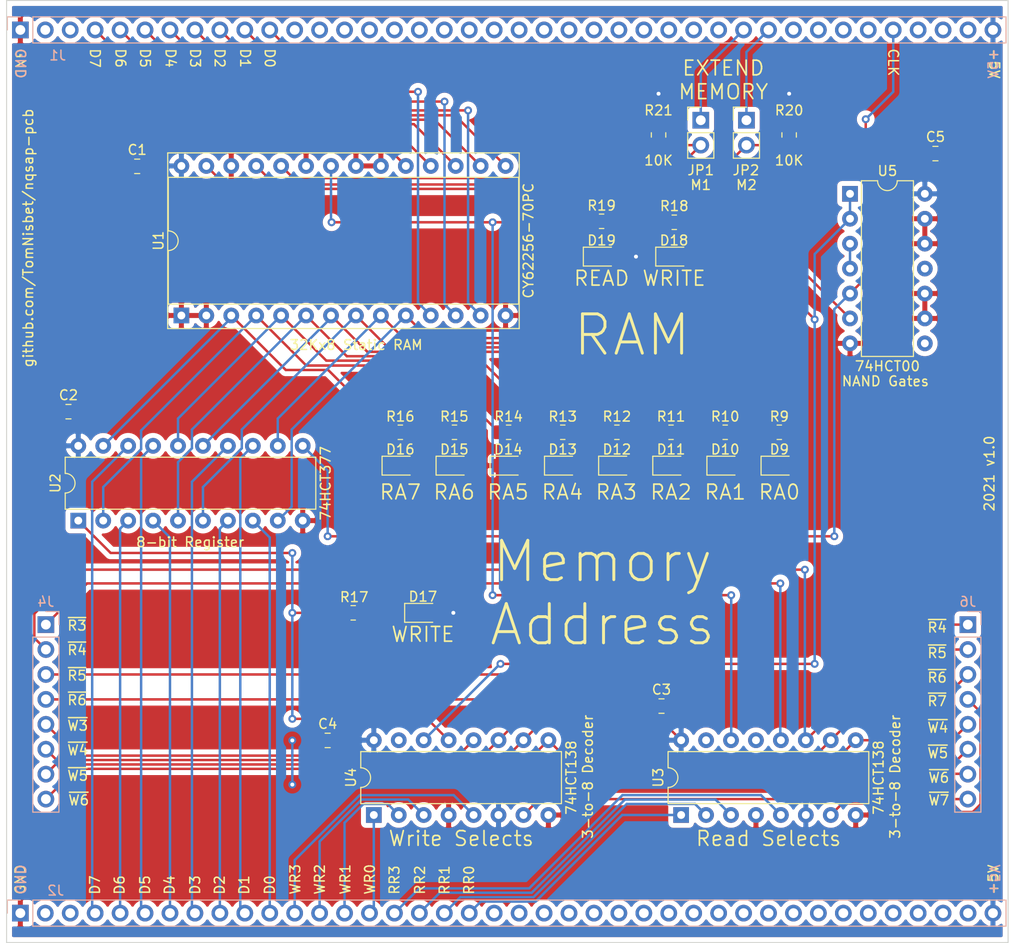
<source format=kicad_pcb>
(kicad_pcb (version 20171130) (host pcbnew "(5.1.9)-1")
  (title_block (title "NQSAP-PCB RAM and MAR") (date 2021-10-03) (rev 1.0) (company github.com/TomNisbet/nqsap-pcb))
  (layers (0 F.Cu signal) (31 B.Cu signal) (34 B.Paste user) (35 F.Paste user) (36 B.SilkS user) (37 F.SilkS user) (38 B.Mask user) (39 F.Mask user) (44 Edge.Cuts user))
  (net 0 "")
  (net 1 CLK)
  (net 2 WR0)
  (net 3 WR1)
  (net 4 WR2)
  (net 5 WR3)
  (net 6 D0)
  (net 7 D1)
  (net 8 D2)
  (net 9 D3)
  (net 10 D4)
  (net 11 D5)
  (net 12 D6)
  (net 13 D7)
  (net 14 GND)
  (net 15 VCC)
  (net 16 "Net-(D17-Pad1)")
  (net 17 "Net-(U3-Pad15)")
  (net 18 "Net-(J1-Pad35)")
  (net 19 "Net-(J1-Pad33)")
  (net 20 "Net-(J1-Pad32)")
  (net 21 "Net-(J1-Pad29)")
  (net 22 "Net-(J1-Pad28)")
  (net 23 "Net-(J1-Pad27)")
  (net 24 "Net-(J1-Pad26)")
  (net 25 "Net-(J1-Pad25)")
  (net 26 "Net-(J1-Pad24)")
  (net 27 "Net-(J1-Pad23)")
  (net 28 "Net-(J1-Pad22)")
  (net 29 "Net-(J1-Pad21)")
  (net 30 "Net-(J1-Pad20)")
  (net 31 "Net-(J2-Pad35)")
  (net 32 "Net-(J2-Pad33)")
  (net 33 "Net-(J2-Pad32)")
  (net 34 "Net-(J2-Pad31)")
  (net 35 "Net-(J2-Pad30)")
  (net 36 "Net-(J2-Pad29)")
  (net 37 "Net-(J2-Pad28)")
  (net 38 "Net-(J2-Pad27)")
  (net 39 "Net-(J2-Pad26)")
  (net 40 "Net-(J2-Pad24)")
  (net 41 "Net-(J2-Pad23)")
  (net 42 "Net-(J2-Pad22)")
  (net 43 "Net-(J2-Pad21)")
  (net 44 "Net-(J2-Pad20)")
  (net 45 "Net-(J1-Pad19)")
  (net 46 "Net-(J1-Pad18)")
  (net 47 "Net-(J1-Pad17)")
  (net 48 "Net-(J1-Pad16)")
  (net 49 "Net-(J1-Pad3)")
  (net 50 "Net-(J1-Pad2)")
  (net 51 "Net-(J2-Pad3)")
  (net 52 "Net-(J2-Pad2)")
  (net 53 "Net-(J1-Pad37)")
  (net 54 "Net-(J2-Pad37)")
  (net 55 "Net-(D18-Pad1)")
  (net 56 "Net-(J1-Pad15)")
  (net 57 "Net-(J1-Pad14)")
  (net 58 "Net-(J1-Pad13)")
  (net 59 "Net-(J1-Pad12)")
  (net 60 "Net-(J2-Pad34)")
  (net 61 "Net-(J1-Pad39)")
  (net 62 /RA0)
  (net 63 /RA1)
  (net 64 /RA2)
  (net 65 /RA3)
  (net 66 /RA4)
  (net 67 /RA5)
  (net 68 /RA6)
  (net 69 /RA7)
  (net 70 "Net-(D19-Pad1)")
  (net 71 "Net-(J1-Pad34)")
  (net 72 RR0)
  (net 73 RR1)
  (net 74 RR2)
  (net 75 RR3)
  (net 76 ~RR)
  (net 77 ~WR)
  (net 78 ~WM)
  (net 79 "Net-(U3-Pad13)")
  (net 80 "Net-(U4-Pad15)")
  (net 81 "Net-(J1-Pad38)")
  (net 82 "Net-(J2-Pad39)")
  (net 83 "Net-(J2-Pad38)")
  (net 84 M0)
  (net 85 M1)
  (net 86 "Net-(J2-Pad25)")
  (net 87 /RA9)
  (net 88 /RA8)
  (net 89 /~WE)
  (net 90 "Net-(U5-Pad11)")
  (net 91 "Net-(U5-Pad8)")
  (net 92 ~W6)
  (net 93 ~W5)
  (net 94 ~W4)
  (net 95 ~W3)
  (net 96 ~R6)
  (net 97 ~R5)
  (net 98 ~R4)
  (net 99 ~R3)
  (net 100 ~W7)
  (net 101 ~R7)
  (net 102 "Net-(J2-Pad36)")
  (net 103 /WR)
  (net 104 "Net-(D9-Pad2)")
  (net 105 "Net-(D10-Pad2)")
  (net 106 "Net-(D11-Pad2)")
  (net 107 "Net-(D12-Pad2)")
  (net 108 "Net-(D13-Pad2)")
  (net 109 "Net-(D14-Pad2)")
  (net 110 "Net-(D15-Pad2)")
  (net 111 "Net-(D16-Pad2)")
  (module Package_DIP:DIP-28_W15.24mm_Socket (layer F.Cu) (at 102.8 75.1 90)
    (fp_text reference U1 (at 7.62 -2.33 90) (layer F.SilkS))
    (fp_text value CY62256-70PC (at 7.62 35.35 90) (layer F.SilkS))
    (fp_text user "32Kx8 Static RAM" (at -3 17.8 180) (layer F.SilkS))
    (pad 28 thru_hole oval (at 15.24 0 90) (size 1.6 1.6) (drill 0.8) (layers *.Cu *.Mask) (net 15 VCC))
    (pad 14 thru_hole oval (at 0 33.02 90) (size 1.6 1.6) (drill 0.8) (layers *.Cu *.Mask) (net 14 GND))
    (pad 27 thru_hole oval (at 15.24 2.54 90) (size 1.6 1.6) (drill 0.8) (layers *.Cu *.Mask) (net 89 /~WE))
    (pad 13 thru_hole oval (at 0 30.48 90) (size 1.6 1.6) (drill 0.8) (layers *.Cu *.Mask) (net 8 D2))
    (pad 26 thru_hole oval (at 15.24 5.08 90) (size 1.6 1.6) (drill 0.8) (layers *.Cu *.Mask) (net 14 GND))
    (pad 12 thru_hole oval (at 0 27.94 90) (size 1.6 1.6) (drill 0.8) (layers *.Cu *.Mask) (net 7 D1))
    (pad 25 thru_hole oval (at 15.24 7.62 90) (size 1.6 1.6) (drill 0.8) (layers *.Cu *.Mask) (net 88 /RA8))
    (pad 11 thru_hole oval (at 0 25.4 90) (size 1.6 1.6) (drill 0.8) (layers *.Cu *.Mask) (net 6 D0))
    (pad 24 thru_hole oval (at 15.24 10.16 90) (size 1.6 1.6) (drill 0.8) (layers *.Cu *.Mask) (net 87 /RA9))
    (pad 10 thru_hole oval (at 0 22.86 90) (size 1.6 1.6) (drill 0.8) (layers *.Cu *.Mask) (net 62 /RA0))
    (pad 23 thru_hole oval (at 15.24 12.7 90) (size 1.6 1.6) (drill 0.8) (layers *.Cu *.Mask) (net 14 GND))
    (pad 9 thru_hole oval (at 0 20.32 90) (size 1.6 1.6) (drill 0.8) (layers *.Cu *.Mask) (net 63 /RA1))
    (pad 22 thru_hole oval (at 15.24 15.24 90) (size 1.6 1.6) (drill 0.8) (layers *.Cu *.Mask) (net 76 ~RR))
    (pad 8 thru_hole oval (at 0 17.78 90) (size 1.6 1.6) (drill 0.8) (layers *.Cu *.Mask) (net 64 /RA2))
    (pad 21 thru_hole oval (at 15.24 17.78 90) (size 1.6 1.6) (drill 0.8) (layers *.Cu *.Mask) (net 14 GND))
    (pad 7 thru_hole oval (at 0 15.24 90) (size 1.6 1.6) (drill 0.8) (layers *.Cu *.Mask) (net 65 /RA3))
    (pad 20 thru_hole oval (at 15.24 20.32 90) (size 1.6 1.6) (drill 0.8) (layers *.Cu *.Mask) (net 14 GND))
    (pad 6 thru_hole oval (at 0 12.7 90) (size 1.6 1.6) (drill 0.8) (layers *.Cu *.Mask) (net 66 /RA4))
    (pad 19 thru_hole oval (at 15.24 22.86 90) (size 1.6 1.6) (drill 0.8) (layers *.Cu *.Mask) (net 13 D7))
    (pad 5 thru_hole oval (at 0 10.16 90) (size 1.6 1.6) (drill 0.8) (layers *.Cu *.Mask) (net 67 /RA5))
    (pad 18 thru_hole oval (at 15.24 25.4 90) (size 1.6 1.6) (drill 0.8) (layers *.Cu *.Mask) (net 12 D6))
    (pad 4 thru_hole oval (at 0 7.62 90) (size 1.6 1.6) (drill 0.8) (layers *.Cu *.Mask) (net 68 /RA6))
    (pad 17 thru_hole oval (at 15.24 27.94 90) (size 1.6 1.6) (drill 0.8) (layers *.Cu *.Mask) (net 11 D5))
    (pad 3 thru_hole oval (at 0 5.08 90) (size 1.6 1.6) (drill 0.8) (layers *.Cu *.Mask) (net 69 /RA7))
    (pad 16 thru_hole oval (at 15.24 30.48 90) (size 1.6 1.6) (drill 0.8) (layers *.Cu *.Mask) (net 10 D4))
    (pad 2 thru_hole oval (at 0 2.54 90) (size 1.6 1.6) (drill 0.8) (layers *.Cu *.Mask) (net 14 GND))
    (pad 15 thru_hole oval (at 15.24 33.02 90) (size 1.6 1.6) (drill 0.8) (layers *.Cu *.Mask) (net 9 D3))
    (pad 1 thru_hole rect (at 0 0 90) (size 1.6 1.6) (drill 0.8) (layers *.Cu *.Mask) (net 14 GND))
  )
  (module Connector_PinHeader_2.54mm:PinHeader_1x08_P2.54mm_Vertical (layer B.Cu) (at 182.9 106.6 180)
    (fp_text reference J6 (at 0 2.33) (layer B.SilkS) (effects (justify mirror)))
    (fp_text value Conn_02x08)
    (pad 8 thru_hole oval (at 0 -17.78 180) (size 1.7 1.7) (drill 1) (layers *.Cu *.Mask) (net 100 ~W7))
    (pad 7 thru_hole oval (at 0 -15.24 180) (size 1.7 1.7) (drill 1) (layers *.Cu *.Mask) (net 92 ~W6))
    (pad 6 thru_hole oval (at 0 -12.7 180) (size 1.7 1.7) (drill 1) (layers *.Cu *.Mask) (net 93 ~W5))
    (pad 5 thru_hole oval (at 0 -10.16 180) (size 1.7 1.7) (drill 1) (layers *.Cu *.Mask) (net 94 ~W4))
    (pad 4 thru_hole oval (at 0 -7.62 180) (size 1.7 1.7) (drill 1) (layers *.Cu *.Mask) (net 101 ~R7))
    (pad 3 thru_hole oval (at 0 -5.08 180) (size 1.7 1.7) (drill 1) (layers *.Cu *.Mask) (net 96 ~R6))
    (pad 2 thru_hole oval (at 0 -2.54 180) (size 1.7 1.7) (drill 1) (layers *.Cu *.Mask) (net 97 ~R5))
    (pad 1 thru_hole rect (at 0 0 180) (size 1.7 1.7) (drill 1) (layers *.Cu *.Mask) (net 98 ~R4))
  )
  (module Package_DIP:DIP-14_W7.62mm (layer F.Cu) (at 170.9 62.7)
    (fp_text reference U5 (at 3.81 -2.33) (layer F.SilkS))
    (fp_text value 74HCT00 (at 3.81 17.57) (layer F.SilkS))
    (fp_text user "NAND Gates" (at 3.6 19.1) (layer F.SilkS))
    (pad 14 thru_hole oval (at 7.62 0) (size 1.6 1.6) (drill 0.8) (layers *.Cu *.Mask) (net 15 VCC))
    (pad 7 thru_hole oval (at 0 15.24) (size 1.6 1.6) (drill 0.8) (layers *.Cu *.Mask) (net 14 GND))
    (pad 13 thru_hole oval (at 7.62 2.54) (size 1.6 1.6) (drill 0.8) (layers *.Cu *.Mask) (net 14 GND))
    (pad 6 thru_hole oval (at 0 12.7) (size 1.6 1.6) (drill 0.8) (layers *.Cu *.Mask) (net 89 /~WE))
    (pad 12 thru_hole oval (at 7.62 5.08) (size 1.6 1.6) (drill 0.8) (layers *.Cu *.Mask) (net 14 GND))
    (pad 5 thru_hole oval (at 0 10.16) (size 1.6 1.6) (drill 0.8) (layers *.Cu *.Mask) (net 1 CLK))
    (pad 11 thru_hole oval (at 7.62 7.62) (size 1.6 1.6) (drill 0.8) (layers *.Cu *.Mask) (net 90 "Net-(U5-Pad11)"))
    (pad 4 thru_hole oval (at 0 7.62) (size 1.6 1.6) (drill 0.8) (layers *.Cu *.Mask) (net 103 /WR))
    (pad 10 thru_hole oval (at 7.62 10.16) (size 1.6 1.6) (drill 0.8) (layers *.Cu *.Mask) (net 14 GND))
    (pad 3 thru_hole oval (at 0 5.08) (size 1.6 1.6) (drill 0.8) (layers *.Cu *.Mask) (net 103 /WR))
    (pad 9 thru_hole oval (at 7.62 12.7) (size 1.6 1.6) (drill 0.8) (layers *.Cu *.Mask) (net 14 GND))
    (pad 2 thru_hole oval (at 0 2.54) (size 1.6 1.6) (drill 0.8) (layers *.Cu *.Mask) (net 77 ~WR))
    (pad 8 thru_hole oval (at 7.62 15.24) (size 1.6 1.6) (drill 0.8) (layers *.Cu *.Mask) (net 91 "Net-(U5-Pad8)"))
    (pad 1 thru_hole rect (at 0 0) (size 1.6 1.6) (drill 0.8) (layers *.Cu *.Mask) (net 77 ~WR))
  )
  (module Package_DIP:DIP-16_W7.62mm (layer F.Cu) (at 122.4 126 90)
    (fp_text reference U4 (at 3.81 -2.33 90) (layer F.SilkS))
    (fp_text value 74HCT138 (at 3.81 20.11 90) (layer F.SilkS))
    (fp_text user "3-to-8 Decoder" (at 3.9 21.8 90) (layer F.SilkS))
    (pad 16 thru_hole oval (at 7.62 0 90) (size 1.6 1.6) (drill 0.8) (layers *.Cu *.Mask) (net 15 VCC))
    (pad 8 thru_hole oval (at 0 17.78 90) (size 1.6 1.6) (drill 0.8) (layers *.Cu *.Mask) (net 14 GND))
    (pad 15 thru_hole oval (at 7.62 2.54 90) (size 1.6 1.6) (drill 0.8) (layers *.Cu *.Mask) (net 80 "Net-(U4-Pad15)"))
    (pad 7 thru_hole oval (at 0 15.24 90) (size 1.6 1.6) (drill 0.8) (layers *.Cu *.Mask) (net 100 ~W7))
    (pad 14 thru_hole oval (at 7.62 5.08 90) (size 1.6 1.6) (drill 0.8) (layers *.Cu *.Mask) (net 77 ~WR))
    (pad 6 thru_hole oval (at 0 12.7 90) (size 1.6 1.6) (drill 0.8) (layers *.Cu *.Mask) (net 15 VCC))
    (pad 13 thru_hole oval (at 7.62 7.62 90) (size 1.6 1.6) (drill 0.8) (layers *.Cu *.Mask) (net 78 ~WM))
    (pad 5 thru_hole oval (at 0 10.16 90) (size 1.6 1.6) (drill 0.8) (layers *.Cu *.Mask) (net 5 WR3))
    (pad 12 thru_hole oval (at 7.62 10.16 90) (size 1.6 1.6) (drill 0.8) (layers *.Cu *.Mask) (net 95 ~W3))
    (pad 4 thru_hole oval (at 0 7.62 90) (size 1.6 1.6) (drill 0.8) (layers *.Cu *.Mask) (net 14 GND))
    (pad 11 thru_hole oval (at 7.62 12.7 90) (size 1.6 1.6) (drill 0.8) (layers *.Cu *.Mask) (net 94 ~W4))
    (pad 3 thru_hole oval (at 0 5.08 90) (size 1.6 1.6) (drill 0.8) (layers *.Cu *.Mask) (net 4 WR2))
    (pad 10 thru_hole oval (at 7.62 15.24 90) (size 1.6 1.6) (drill 0.8) (layers *.Cu *.Mask) (net 93 ~W5))
    (pad 2 thru_hole oval (at 0 2.54 90) (size 1.6 1.6) (drill 0.8) (layers *.Cu *.Mask) (net 3 WR1))
    (pad 9 thru_hole oval (at 7.62 17.78 90) (size 1.6 1.6) (drill 0.8) (layers *.Cu *.Mask) (net 92 ~W6))
    (pad 1 thru_hole rect (at 0 0 90) (size 1.6 1.6) (drill 0.8) (layers *.Cu *.Mask) (net 2 WR0))
  )
  (module Package_DIP:DIP-16_W7.62mm (layer F.Cu) (at 153.7 126 90)
    (fp_text reference U3 (at 3.81 -2.33 90) (layer F.SilkS))
    (fp_text value 74HCT138 (at 3.81 20.11 90) (layer F.SilkS))
    (fp_text user "3-to-8 Decoder" (at 3.9 21.8 90) (layer F.SilkS))
    (pad 16 thru_hole oval (at 7.62 0 90) (size 1.6 1.6) (drill 0.8) (layers *.Cu *.Mask) (net 15 VCC))
    (pad 8 thru_hole oval (at 0 17.78 90) (size 1.6 1.6) (drill 0.8) (layers *.Cu *.Mask) (net 14 GND))
    (pad 15 thru_hole oval (at 7.62 2.54 90) (size 1.6 1.6) (drill 0.8) (layers *.Cu *.Mask) (net 17 "Net-(U3-Pad15)"))
    (pad 7 thru_hole oval (at 0 15.24 90) (size 1.6 1.6) (drill 0.8) (layers *.Cu *.Mask) (net 101 ~R7))
    (pad 14 thru_hole oval (at 7.62 5.08 90) (size 1.6 1.6) (drill 0.8) (layers *.Cu *.Mask) (net 76 ~RR))
    (pad 6 thru_hole oval (at 0 12.7 90) (size 1.6 1.6) (drill 0.8) (layers *.Cu *.Mask) (net 15 VCC))
    (pad 13 thru_hole oval (at 7.62 7.62 90) (size 1.6 1.6) (drill 0.8) (layers *.Cu *.Mask) (net 79 "Net-(U3-Pad13)"))
    (pad 5 thru_hole oval (at 0 10.16 90) (size 1.6 1.6) (drill 0.8) (layers *.Cu *.Mask) (net 75 RR3))
    (pad 12 thru_hole oval (at 7.62 10.16 90) (size 1.6 1.6) (drill 0.8) (layers *.Cu *.Mask) (net 99 ~R3))
    (pad 4 thru_hole oval (at 0 7.62 90) (size 1.6 1.6) (drill 0.8) (layers *.Cu *.Mask) (net 14 GND))
    (pad 11 thru_hole oval (at 7.62 12.7 90) (size 1.6 1.6) (drill 0.8) (layers *.Cu *.Mask) (net 98 ~R4))
    (pad 3 thru_hole oval (at 0 5.08 90) (size 1.6 1.6) (drill 0.8) (layers *.Cu *.Mask) (net 74 RR2))
    (pad 10 thru_hole oval (at 7.62 15.24 90) (size 1.6 1.6) (drill 0.8) (layers *.Cu *.Mask) (net 97 ~R5))
    (pad 2 thru_hole oval (at 0 2.54 90) (size 1.6 1.6) (drill 0.8) (layers *.Cu *.Mask) (net 73 RR1))
    (pad 9 thru_hole oval (at 7.62 17.78 90) (size 1.6 1.6) (drill 0.8) (layers *.Cu *.Mask) (net 96 ~R6))
    (pad 1 thru_hole rect (at 0 0 90) (size 1.6 1.6) (drill 0.8) (layers *.Cu *.Mask) (net 72 RR0))
  )
  (module Resistor_SMD:R_0805_2012Metric_Pad1.20x1.40mm_HandSolder (layer F.Cu) (at 151.4 56.7 90)
    (fp_text reference R21 (at 2.5 0 180) (layer F.SilkS))
    (fp_text value 10K (at -2.6 0 180) (layer F.SilkS))
    (pad 2 smd roundrect (at 1 0 90) (size 1.2 1.4) (layers F.Cu F.Paste F.Mask) (roundrect_rratio 0.2083325) (net 15 VCC))
    (pad 1 smd roundrect (at -1 0 90) (size 1.2 1.4) (layers F.Cu F.Paste F.Mask) (roundrect_rratio 0.2083325) (net 87 /RA9))
  )
  (module Resistor_SMD:R_0805_2012Metric_Pad1.20x1.40mm_HandSolder (layer F.Cu) (at 164.7 56.7 90)
    (fp_text reference R20 (at 2.5 0 180) (layer F.SilkS))
    (fp_text value 10K (at -2.6 0 180) (layer F.SilkS))
    (pad 2 smd roundrect (at 1 0 90) (size 1.2 1.4) (layers F.Cu F.Paste F.Mask) (roundrect_rratio 0.2083325) (net 15 VCC))
    (pad 1 smd roundrect (at -1 0 90) (size 1.2 1.4) (layers F.Cu F.Paste F.Mask) (roundrect_rratio 0.2083325) (net 88 /RA8))
  )
  (module Connector_PinHeader_2.54mm:PinHeader_1x02_P2.54mm_Vertical (layer F.Cu) (at 160.35 55.2)
    (fp_text reference JP2 (at -0.05 5.1) (layer F.SilkS))
    (fp_text value M2 (at 0 6.6) (layer F.SilkS))
    (pad 2 thru_hole oval (at 0 2.54) (size 1.7 1.7) (drill 1) (layers *.Cu *.Mask) (net 88 /RA8))
    (pad 1 thru_hole rect (at 0 0) (size 1.7 1.7) (drill 1) (layers *.Cu *.Mask) (net 84 M0))
  )
  (module Connector_PinHeader_2.54mm:PinHeader_1x02_P2.54mm_Vertical (layer F.Cu) (at 155.7 55.2)
    (fp_text reference JP1 (at 0 5.1) (layer F.SilkS))
    (fp_text value M1 (at 0 6.6) (layer F.SilkS))
    (pad 2 thru_hole oval (at 0 2.54) (size 1.7 1.7) (drill 1) (layers *.Cu *.Mask) (net 87 /RA9))
    (pad 1 thru_hole rect (at 0 0) (size 1.7 1.7) (drill 1) (layers *.Cu *.Mask) (net 85 M1))
  )
  (module Package_DIP:DIP-20_W7.62mm (layer F.Cu) (at 92.3 96 90)
    (fp_text reference U2 (at 3.81 -2.33 90) (layer F.SilkS))
    (fp_text value 74HCT377 (at 3.81 25.19 90) (layer F.SilkS))
    (fp_text user "8-bit Register" (at -2.2 11.4 180) (layer F.SilkS))
    (pad 20 thru_hole oval (at 7.62 0 90) (size 1.6 1.6) (drill 0.8) (layers *.Cu *.Mask) (net 15 VCC))
    (pad 10 thru_hole oval (at 0 22.86 90) (size 1.6 1.6) (drill 0.8) (layers *.Cu *.Mask) (net 14 GND))
    (pad 19 thru_hole oval (at 7.62 2.54 90) (size 1.6 1.6) (drill 0.8) (layers *.Cu *.Mask) (net 69 /RA7))
    (pad 9 thru_hole oval (at 0 20.32 90) (size 1.6 1.6) (drill 0.8) (layers *.Cu *.Mask) (net 62 /RA0))
    (pad 18 thru_hole oval (at 7.62 5.08 90) (size 1.6 1.6) (drill 0.8) (layers *.Cu *.Mask) (net 13 D7))
    (pad 8 thru_hole oval (at 0 17.78 90) (size 1.6 1.6) (drill 0.8) (layers *.Cu *.Mask) (net 6 D0))
    (pad 17 thru_hole oval (at 7.62 7.62 90) (size 1.6 1.6) (drill 0.8) (layers *.Cu *.Mask) (net 11 D5))
    (pad 7 thru_hole oval (at 0 15.24 90) (size 1.6 1.6) (drill 0.8) (layers *.Cu *.Mask) (net 8 D2))
    (pad 16 thru_hole oval (at 7.62 10.16 90) (size 1.6 1.6) (drill 0.8) (layers *.Cu *.Mask) (net 67 /RA5))
    (pad 6 thru_hole oval (at 0 12.7 90) (size 1.6 1.6) (drill 0.8) (layers *.Cu *.Mask) (net 64 /RA2))
    (pad 15 thru_hole oval (at 7.62 12.7 90) (size 1.6 1.6) (drill 0.8) (layers *.Cu *.Mask) (net 65 /RA3))
    (pad 5 thru_hole oval (at 0 10.16 90) (size 1.6 1.6) (drill 0.8) (layers *.Cu *.Mask) (net 66 /RA4))
    (pad 14 thru_hole oval (at 7.62 15.24 90) (size 1.6 1.6) (drill 0.8) (layers *.Cu *.Mask) (net 9 D3))
    (pad 4 thru_hole oval (at 0 7.62 90) (size 1.6 1.6) (drill 0.8) (layers *.Cu *.Mask) (net 10 D4))
    (pad 13 thru_hole oval (at 7.62 17.78 90) (size 1.6 1.6) (drill 0.8) (layers *.Cu *.Mask) (net 7 D1))
    (pad 3 thru_hole oval (at 0 5.08 90) (size 1.6 1.6) (drill 0.8) (layers *.Cu *.Mask) (net 12 D6))
    (pad 12 thru_hole oval (at 7.62 20.32 90) (size 1.6 1.6) (drill 0.8) (layers *.Cu *.Mask) (net 63 /RA1))
    (pad 2 thru_hole oval (at 0 2.54 90) (size 1.6 1.6) (drill 0.8) (layers *.Cu *.Mask) (net 68 /RA6))
    (pad 11 thru_hole oval (at 7.62 22.86 90) (size 1.6 1.6) (drill 0.8) (layers *.Cu *.Mask) (net 1 CLK))
    (pad 1 thru_hole rect (at 0 0 90) (size 1.6 1.6) (drill 0.8) (layers *.Cu *.Mask) (net 78 ~WM))
  )
  (module Resistor_SMD:R_0805_2012Metric_Pad1.20x1.40mm_HandSolder (layer F.Cu) (at 145.6 65.5 180)
    (fp_text reference R19 (at 0 1.6) (layer F.SilkS))
    (fp_text value R-GRN)
    (pad 2 smd roundrect (at 1 0 180) (size 1.2 1.4) (layers F.Cu F.Paste F.Mask) (roundrect_rratio 0.2083325) (net 76 ~RR))
    (pad 1 smd roundrect (at -1 0 180) (size 1.2 1.4) (layers F.Cu F.Paste F.Mask) (roundrect_rratio 0.2083325) (net 70 "Net-(D19-Pad1)"))
  )
  (module Resistor_SMD:R_0805_2012Metric_Pad1.20x1.40mm_HandSolder (layer F.Cu) (at 153 65.6)
    (fp_text reference R18 (at 0 -1.65) (layer F.SilkS))
    (fp_text value R-RED)
    (pad 2 smd roundrect (at 1 0) (size 1.2 1.4) (layers F.Cu F.Paste F.Mask) (roundrect_rratio 0.2083325) (net 77 ~WR))
    (pad 1 smd roundrect (at -1 0) (size 1.2 1.4) (layers F.Cu F.Paste F.Mask) (roundrect_rratio 0.2083325) (net 55 "Net-(D18-Pad1)"))
  )
  (module LED_SMD:LED_0805_2012Metric_Pad1.15x1.40mm_HandSolder (layer F.Cu) (at 145.6 69.1)
    (fp_text reference D19 (at 0 -1.65) (layer F.SilkS))
    (fp_text value READ (at 0 2.215) (layer F.SilkS) (effects (font (size 1.5 1.5) (thickness 0.17))))
    (pad 2 smd roundrect (at 1.025 0) (size 1.15 1.4) (layers F.Cu F.Paste F.Mask) (roundrect_rratio 0.2173904347826087) (net 15 VCC))
    (pad 1 smd roundrect (at -1.025 0) (size 1.15 1.4) (layers F.Cu F.Paste F.Mask) (roundrect_rratio 0.2173904347826087) (net 70 "Net-(D19-Pad1)"))
  )
  (module LED_SMD:LED_0805_2012Metric_Pad1.15x1.40mm_HandSolder (layer F.Cu) (at 152.975 69.1)
    (fp_text reference D18 (at 0 -1.65) (layer F.SilkS))
    (fp_text value WRITE (at 0 2.215) (layer F.SilkS) (effects (font (size 1.5 1.5) (thickness 0.17))))
    (pad 2 smd roundrect (at 1.025 0) (size 1.15 1.4) (layers F.Cu F.Paste F.Mask) (roundrect_rratio 0.2173904347826087) (net 15 VCC))
    (pad 1 smd roundrect (at -1.025 0) (size 1.15 1.4) (layers F.Cu F.Paste F.Mask) (roundrect_rratio 0.2173904347826087) (net 55 "Net-(D18-Pad1)"))
  )
  (module Capacitor_SMD:C_0805_2012Metric_Pad1.18x1.45mm_HandSolder (layer F.Cu) (at 117.7 118.4)
    (fp_text reference C4 (at 0 -1.68) (layer F.SilkS))
    (fp_text value 0.1uF)
    (pad 2 smd roundrect (at 1.0375 0) (size 1.175 1.45) (layers F.Cu F.Paste F.Mask) (roundrect_rratio 0.2127659574468085) (net 15 VCC))
    (pad 1 smd roundrect (at -1.0375 0) (size 1.175 1.45) (layers F.Cu F.Paste F.Mask) (roundrect_rratio 0.2127659574468085) (net 14 GND))
  )
  (module Capacitor_SMD:C_0805_2012Metric_Pad1.18x1.45mm_HandSolder (layer F.Cu) (at 151.7 114.9)
    (fp_text reference C3 (at 0 -1.68) (layer F.SilkS))
    (fp_text value 0.1uF)
    (pad 2 smd roundrect (at 1.0375 0) (size 1.175 1.45) (layers F.Cu F.Paste F.Mask) (roundrect_rratio 0.2127659574468085) (net 15 VCC))
    (pad 1 smd roundrect (at -1.0375 0) (size 1.175 1.45) (layers F.Cu F.Paste F.Mask) (roundrect_rratio 0.2127659574468085) (net 14 GND))
  )
  (module Capacitor_SMD:C_0805_2012Metric_Pad1.18x1.45mm_HandSolder (layer F.Cu) (at 91.3 84.9)
    (fp_text reference C2 (at 0 -1.68) (layer F.SilkS))
    (fp_text value 0.1uF)
    (pad 2 smd roundrect (at 1.0375 0) (size 1.175 1.45) (layers F.Cu F.Paste F.Mask) (roundrect_rratio 0.2127659574468085) (net 15 VCC))
    (pad 1 smd roundrect (at -1.0375 0) (size 1.175 1.45) (layers F.Cu F.Paste F.Mask) (roundrect_rratio 0.2127659574468085) (net 14 GND))
  )
  (module Capacitor_SMD:C_0805_2012Metric_Pad1.18x1.45mm_HandSolder (layer F.Cu) (at 98.3 59.9)
    (fp_text reference C1 (at 0 -1.68) (layer F.SilkS))
    (fp_text value 0.1uF)
    (pad 2 smd roundrect (at 1.0375 0) (size 1.175 1.45) (layers F.Cu F.Paste F.Mask) (roundrect_rratio 0.2127659574468085) (net 15 VCC))
    (pad 1 smd roundrect (at -1.0375 0) (size 1.175 1.45) (layers F.Cu F.Paste F.Mask) (roundrect_rratio 0.2127659574468085) (net 14 GND))
  )
  (module Capacitor_SMD:C_0805_2012Metric_Pad1.18x1.45mm_HandSolder (layer F.Cu) (at 179.6 58.6 180)
    (fp_text reference C5 (at 0 1.7) (layer F.SilkS))
    (fp_text value 0.1uF)
    (pad 2 smd roundrect (at 1.0375 0 180) (size 1.175 1.45) (layers F.Cu F.Paste F.Mask) (roundrect_rratio 0.2127659574468085) (net 15 VCC))
    (pad 1 smd roundrect (at -1.0375 0 180) (size 1.175 1.45) (layers F.Cu F.Paste F.Mask) (roundrect_rratio 0.2127659574468085) (net 14 GND))
  )
  (module Resistor_SMD:R_0805_2012Metric_Pad1.20x1.40mm_HandSolder (layer F.Cu) (at 120.3 105.4 180)
    (fp_text reference R17 (at -0.1 1.6) (layer F.SilkS))
    (fp_text value R-RED)
    (pad 2 smd roundrect (at 1 0 180) (size 1.2 1.4) (layers F.Cu F.Paste F.Mask) (roundrect_rratio 0.2083325) (net 78 ~WM))
    (pad 1 smd roundrect (at -1 0 180) (size 1.2 1.4) (layers F.Cu F.Paste F.Mask) (roundrect_rratio 0.2083325) (net 16 "Net-(D17-Pad1)"))
  )
  (module LED_SMD:LED_0805_2012Metric_Pad1.15x1.40mm_HandSolder (layer F.Cu) (at 127.4 105.4)
    (fp_text reference D17 (at 0 -1.65) (layer F.SilkS))
    (fp_text value WRITE (at 0 2.2) (layer F.SilkS) (effects (font (size 1.5 1.5) (thickness 0.17))))
    (pad 2 smd roundrect (at 1.025 0) (size 1.15 1.4) (layers F.Cu F.Paste F.Mask) (roundrect_rratio 0.2173904347826087) (net 15 VCC))
    (pad 1 smd roundrect (at -1.025 0) (size 1.15 1.4) (layers F.Cu F.Paste F.Mask) (roundrect_rratio 0.2173904347826087) (net 16 "Net-(D17-Pad1)"))
  )
  (module Connector_PinHeader_2.54mm:PinHeader_1x08_P2.54mm_Vertical (layer B.Cu) (at 89 106.6 180)
    (fp_text reference J4 (at 0 2.33) (layer B.SilkS) (effects (justify mirror)))
    (fp_text value Conn_02x08)
    (pad 8 thru_hole oval (at 0 -17.78 180) (size 1.7 1.7) (drill 1) (layers *.Cu *.Mask) (net 92 ~W6))
    (pad 7 thru_hole oval (at 0 -15.24 180) (size 1.7 1.7) (drill 1) (layers *.Cu *.Mask) (net 93 ~W5))
    (pad 6 thru_hole oval (at 0 -12.7 180) (size 1.7 1.7) (drill 1) (layers *.Cu *.Mask) (net 94 ~W4))
    (pad 5 thru_hole oval (at 0 -10.16 180) (size 1.7 1.7) (drill 1) (layers *.Cu *.Mask) (net 95 ~W3))
    (pad 4 thru_hole oval (at 0 -7.62 180) (size 1.7 1.7) (drill 1) (layers *.Cu *.Mask) (net 96 ~R6))
    (pad 3 thru_hole oval (at 0 -5.08 180) (size 1.7 1.7) (drill 1) (layers *.Cu *.Mask) (net 97 ~R5))
    (pad 2 thru_hole oval (at 0 -2.54 180) (size 1.7 1.7) (drill 1) (layers *.Cu *.Mask) (net 98 ~R4))
    (pad 1 thru_hole rect (at 0 0 180) (size 1.7 1.7) (drill 1) (layers *.Cu *.Mask) (net 99 ~R3))
  )
  (module Resistor_SMD:R_0805_2012Metric_Pad1.20x1.40mm_HandSolder (layer F.Cu) (at 125.1 87)
    (fp_text reference R16 (at 0 -1.6) (layer F.SilkS))
    (fp_text value R-GRN)
    (pad 2 smd roundrect (at 1 0) (size 1.2 1.4) (layers F.Cu F.Paste F.Mask) (roundrect_rratio 0.2083325) (net 111 "Net-(D16-Pad2)"))
    (pad 1 smd roundrect (at -1 0) (size 1.2 1.4) (layers F.Cu F.Paste F.Mask) (roundrect_rratio 0.2083325) (net 69 /RA7))
  )
  (module Resistor_SMD:R_0805_2012Metric_Pad1.20x1.40mm_HandSolder (layer F.Cu) (at 130.614285 87)
    (fp_text reference R15 (at -0.014285 -1.6) (layer F.SilkS))
    (fp_text value R-GRN)
    (pad 2 smd roundrect (at 1 0) (size 1.2 1.4) (layers F.Cu F.Paste F.Mask) (roundrect_rratio 0.2083325) (net 110 "Net-(D15-Pad2)"))
    (pad 1 smd roundrect (at -1 0) (size 1.2 1.4) (layers F.Cu F.Paste F.Mask) (roundrect_rratio 0.2083325) (net 68 /RA6))
  )
  (module Resistor_SMD:R_0805_2012Metric_Pad1.20x1.40mm_HandSolder (layer F.Cu) (at 136.12857 87)
    (fp_text reference R14 (at 0 -1.6) (layer F.SilkS))
    (fp_text value R-GRN)
    (pad 2 smd roundrect (at 1 0) (size 1.2 1.4) (layers F.Cu F.Paste F.Mask) (roundrect_rratio 0.2083325) (net 109 "Net-(D14-Pad2)"))
    (pad 1 smd roundrect (at -1 0) (size 1.2 1.4) (layers F.Cu F.Paste F.Mask) (roundrect_rratio 0.2083325) (net 67 /RA5))
  )
  (module Resistor_SMD:R_0805_2012Metric_Pad1.20x1.40mm_HandSolder (layer F.Cu) (at 141.642855 87)
    (fp_text reference R13 (at 0 -1.6) (layer F.SilkS))
    (fp_text value R-GRN)
    (pad 2 smd roundrect (at 1 0) (size 1.2 1.4) (layers F.Cu F.Paste F.Mask) (roundrect_rratio 0.2083325) (net 108 "Net-(D13-Pad2)"))
    (pad 1 smd roundrect (at -1 0) (size 1.2 1.4) (layers F.Cu F.Paste F.Mask) (roundrect_rratio 0.2083325) (net 66 /RA4))
  )
  (module Resistor_SMD:R_0805_2012Metric_Pad1.20x1.40mm_HandSolder (layer F.Cu) (at 147.15714 87)
    (fp_text reference R12 (at 0 -1.6) (layer F.SilkS))
    (fp_text value R-GRN)
    (pad 2 smd roundrect (at 1 0) (size 1.2 1.4) (layers F.Cu F.Paste F.Mask) (roundrect_rratio 0.2083325) (net 107 "Net-(D12-Pad2)"))
    (pad 1 smd roundrect (at -1 0) (size 1.2 1.4) (layers F.Cu F.Paste F.Mask) (roundrect_rratio 0.2083325) (net 65 /RA3))
  )
  (module Resistor_SMD:R_0805_2012Metric_Pad1.20x1.40mm_HandSolder (layer F.Cu) (at 152.671425 87)
    (fp_text reference R11 (at 0 -1.6) (layer F.SilkS))
    (fp_text value R-GRN)
    (pad 2 smd roundrect (at 1 0) (size 1.2 1.4) (layers F.Cu F.Paste F.Mask) (roundrect_rratio 0.2083325) (net 106 "Net-(D11-Pad2)"))
    (pad 1 smd roundrect (at -1 0) (size 1.2 1.4) (layers F.Cu F.Paste F.Mask) (roundrect_rratio 0.2083325) (net 64 /RA2))
  )
  (module Resistor_SMD:R_0805_2012Metric_Pad1.20x1.40mm_HandSolder (layer F.Cu) (at 158.18571 87)
    (fp_text reference R10 (at 0 -1.6) (layer F.SilkS))
    (fp_text value R-GRN)
    (pad 2 smd roundrect (at 1 0) (size 1.2 1.4) (layers F.Cu F.Paste F.Mask) (roundrect_rratio 0.2083325) (net 105 "Net-(D10-Pad2)"))
    (pad 1 smd roundrect (at -1 0) (size 1.2 1.4) (layers F.Cu F.Paste F.Mask) (roundrect_rratio 0.2083325) (net 63 /RA1))
  )
  (module Resistor_SMD:R_0805_2012Metric_Pad1.20x1.40mm_HandSolder (layer F.Cu) (at 163.7 87)
    (fp_text reference R9 (at 0 -1.6) (layer F.SilkS))
    (fp_text value R-GRN)
    (pad 2 smd roundrect (at 1 0) (size 1.2 1.4) (layers F.Cu F.Paste F.Mask) (roundrect_rratio 0.2083325) (net 104 "Net-(D9-Pad2)"))
    (pad 1 smd roundrect (at -1 0) (size 1.2 1.4) (layers F.Cu F.Paste F.Mask) (roundrect_rratio 0.2083325) (net 62 /RA0))
  )
  (module LED_SMD:LED_0805_2012Metric_Pad1.15x1.40mm_HandSolder (layer F.Cu) (at 125.1 90.4)
    (fp_text reference D16 (at 0 -1.65) (layer F.SilkS))
    (fp_text value RA7 (at 0 2.7) (layer F.SilkS) (effects (font (size 1.5 1.5) (thickness 0.17))))
    (pad 2 smd roundrect (at 1.025 0) (size 1.15 1.4) (layers F.Cu F.Paste F.Mask) (roundrect_rratio 0.2173904347826087) (net 111 "Net-(D16-Pad2)"))
    (pad 1 smd roundrect (at -1.025 0) (size 1.15 1.4) (layers F.Cu F.Paste F.Mask) (roundrect_rratio 0.2173904347826087) (net 14 GND))
  )
  (module LED_SMD:LED_0805_2012Metric_Pad1.15x1.40mm_HandSolder (layer F.Cu) (at 130.6 90.4)
    (fp_text reference D15 (at 0 -1.65) (layer F.SilkS))
    (fp_text value RA6 (at -0.014285 2.7) (layer F.SilkS) (effects (font (size 1.5 1.5) (thickness 0.17))))
    (pad 2 smd roundrect (at 1.025 0) (size 1.15 1.4) (layers F.Cu F.Paste F.Mask) (roundrect_rratio 0.2173904347826087) (net 110 "Net-(D15-Pad2)"))
    (pad 1 smd roundrect (at -1.025 0) (size 1.15 1.4) (layers F.Cu F.Paste F.Mask) (roundrect_rratio 0.2173904347826087) (net 14 GND))
  )
  (module LED_SMD:LED_0805_2012Metric_Pad1.15x1.40mm_HandSolder (layer F.Cu) (at 136.1 90.4)
    (fp_text reference D14 (at 0 -1.65) (layer F.SilkS))
    (fp_text value RA5 (at -0.02857 2.7) (layer F.SilkS) (effects (font (size 1.5 1.5) (thickness 0.17))))
    (pad 2 smd roundrect (at 1.025 0) (size 1.15 1.4) (layers F.Cu F.Paste F.Mask) (roundrect_rratio 0.2173904347826087) (net 109 "Net-(D14-Pad2)"))
    (pad 1 smd roundrect (at -1.025 0) (size 1.15 1.4) (layers F.Cu F.Paste F.Mask) (roundrect_rratio 0.2173904347826087) (net 14 GND))
  )
  (module LED_SMD:LED_0805_2012Metric_Pad1.15x1.40mm_HandSolder (layer F.Cu) (at 141.642855 90.4)
    (fp_text reference D13 (at 0 -1.65) (layer F.SilkS))
    (fp_text value RA4 (at -0.042855 2.7) (layer F.SilkS) (effects (font (size 1.5 1.5) (thickness 0.17))))
    (pad 2 smd roundrect (at 1.025 0) (size 1.15 1.4) (layers F.Cu F.Paste F.Mask) (roundrect_rratio 0.2173904347826087) (net 108 "Net-(D13-Pad2)"))
    (pad 1 smd roundrect (at -1.025 0) (size 1.15 1.4) (layers F.Cu F.Paste F.Mask) (roundrect_rratio 0.2173904347826087) (net 14 GND))
  )
  (module LED_SMD:LED_0805_2012Metric_Pad1.15x1.40mm_HandSolder (layer F.Cu) (at 147.15714 90.4)
    (fp_text reference D12 (at 0 -1.65) (layer F.SilkS))
    (fp_text value RA3 (at -0.05714 2.7) (layer F.SilkS) (effects (font (size 1.5 1.5) (thickness 0.17))))
    (pad 2 smd roundrect (at 1.025 0) (size 1.15 1.4) (layers F.Cu F.Paste F.Mask) (roundrect_rratio 0.2173904347826087) (net 107 "Net-(D12-Pad2)"))
    (pad 1 smd roundrect (at -1.025 0) (size 1.15 1.4) (layers F.Cu F.Paste F.Mask) (roundrect_rratio 0.2173904347826087) (net 14 GND))
  )
  (module LED_SMD:LED_0805_2012Metric_Pad1.15x1.40mm_HandSolder (layer F.Cu) (at 152.671425 90.4)
    (fp_text reference D11 (at 0 -1.65) (layer F.SilkS))
    (fp_text value RA2 (at 0 2.7) (layer F.SilkS) (effects (font (size 1.5 1.5) (thickness 0.17))))
    (pad 2 smd roundrect (at 1.025 0) (size 1.15 1.4) (layers F.Cu F.Paste F.Mask) (roundrect_rratio 0.2173904347826087) (net 106 "Net-(D11-Pad2)"))
    (pad 1 smd roundrect (at -1.025 0) (size 1.15 1.4) (layers F.Cu F.Paste F.Mask) (roundrect_rratio 0.2173904347826087) (net 14 GND))
  )
  (module LED_SMD:LED_0805_2012Metric_Pad1.15x1.40mm_HandSolder (layer F.Cu) (at 158.18571 90.4)
    (fp_text reference D10 (at 0 -1.65) (layer F.SilkS))
    (fp_text value RA1 (at 0 2.7) (layer F.SilkS) (effects (font (size 1.5 1.5) (thickness 0.17))))
    (pad 2 smd roundrect (at 1.025 0) (size 1.15 1.4) (layers F.Cu F.Paste F.Mask) (roundrect_rratio 0.2173904347826087) (net 105 "Net-(D10-Pad2)"))
    (pad 1 smd roundrect (at -1.025 0) (size 1.15 1.4) (layers F.Cu F.Paste F.Mask) (roundrect_rratio 0.2173904347826087) (net 14 GND))
  )
  (module LED_SMD:LED_0805_2012Metric_Pad1.15x1.40mm_HandSolder (layer F.Cu) (at 163.7 90.4)
    (fp_text reference D9 (at 0 -1.65) (layer F.SilkS))
    (fp_text value RA0 (at 0 2.7) (layer F.SilkS) (effects (font (size 1.5 1.5) (thickness 0.17))))
    (pad 2 smd roundrect (at 1.025 0) (size 1.15 1.4) (layers F.Cu F.Paste F.Mask) (roundrect_rratio 0.2173904347826087) (net 104 "Net-(D9-Pad2)"))
    (pad 1 smd roundrect (at -1.025 0) (size 1.15 1.4) (layers F.Cu F.Paste F.Mask) (roundrect_rratio 0.2173904347826087) (net 14 GND))
  )
  (module Connector_PinHeader_2.54mm:PinHeader_1x40_P2.54mm_Vertical (layer B.Cu) (at 86.4 136 270)
    (fp_text reference J2 (at -2.3 -3.6) (layer B.SilkS) (effects (justify mirror)))
    (fp_text value Bus)
    (pad 40 thru_hole oval (at 0 -99.06 270) (size 1.7 1.7) (drill 1) (layers *.Cu *.Mask) (net 15 VCC))
    (pad 39 thru_hole oval (at 0 -96.52 270) (size 1.7 1.7) (drill 1) (layers *.Cu *.Mask) (net 82 "Net-(J2-Pad39)"))
    (pad 38 thru_hole oval (at 0 -93.98 270) (size 1.7 1.7) (drill 1) (layers *.Cu *.Mask) (net 83 "Net-(J2-Pad38)"))
    (pad 37 thru_hole oval (at 0 -91.44 270) (size 1.7 1.7) (drill 1) (layers *.Cu *.Mask) (net 54 "Net-(J2-Pad37)"))
    (pad 36 thru_hole oval (at 0 -88.9 270) (size 1.7 1.7) (drill 1) (layers *.Cu *.Mask) (net 102 "Net-(J2-Pad36)"))
    (pad 35 thru_hole oval (at 0 -86.36 270) (size 1.7 1.7) (drill 1) (layers *.Cu *.Mask) (net 31 "Net-(J2-Pad35)"))
    (pad 34 thru_hole oval (at 0 -83.82 270) (size 1.7 1.7) (drill 1) (layers *.Cu *.Mask) (net 60 "Net-(J2-Pad34)"))
    (pad 33 thru_hole oval (at 0 -81.28 270) (size 1.7 1.7) (drill 1) (layers *.Cu *.Mask) (net 32 "Net-(J2-Pad33)"))
    (pad 32 thru_hole oval (at 0 -78.74 270) (size 1.7 1.7) (drill 1) (layers *.Cu *.Mask) (net 33 "Net-(J2-Pad32)"))
    (pad 31 thru_hole oval (at 0 -76.2 270) (size 1.7 1.7) (drill 1) (layers *.Cu *.Mask) (net 34 "Net-(J2-Pad31)"))
    (pad 30 thru_hole oval (at 0 -73.66 270) (size 1.7 1.7) (drill 1) (layers *.Cu *.Mask) (net 35 "Net-(J2-Pad30)"))
    (pad 29 thru_hole oval (at 0 -71.12 270) (size 1.7 1.7) (drill 1) (layers *.Cu *.Mask) (net 36 "Net-(J2-Pad29)"))
    (pad 28 thru_hole oval (at 0 -68.58 270) (size 1.7 1.7) (drill 1) (layers *.Cu *.Mask) (net 37 "Net-(J2-Pad28)"))
    (pad 27 thru_hole oval (at 0 -66.04 270) (size 1.7 1.7) (drill 1) (layers *.Cu *.Mask) (net 38 "Net-(J2-Pad27)"))
    (pad 26 thru_hole oval (at 0 -63.5 270) (size 1.7 1.7) (drill 1) (layers *.Cu *.Mask) (net 39 "Net-(J2-Pad26)"))
    (pad 25 thru_hole oval (at 0 -60.96 270) (size 1.7 1.7) (drill 1) (layers *.Cu *.Mask) (net 86 "Net-(J2-Pad25)"))
    (pad 24 thru_hole oval (at 0 -58.42 270) (size 1.7 1.7) (drill 1) (layers *.Cu *.Mask) (net 40 "Net-(J2-Pad24)"))
    (pad 23 thru_hole oval (at 0 -55.88 270) (size 1.7 1.7) (drill 1) (layers *.Cu *.Mask) (net 41 "Net-(J2-Pad23)"))
    (pad 22 thru_hole oval (at 0 -53.34 270) (size 1.7 1.7) (drill 1) (layers *.Cu *.Mask) (net 42 "Net-(J2-Pad22)"))
    (pad 21 thru_hole oval (at 0 -50.8 270) (size 1.7 1.7) (drill 1) (layers *.Cu *.Mask) (net 43 "Net-(J2-Pad21)"))
    (pad 20 thru_hole oval (at 0 -48.26 270) (size 1.7 1.7) (drill 1) (layers *.Cu *.Mask) (net 44 "Net-(J2-Pad20)"))
    (pad 19 thru_hole oval (at 0 -45.72 270) (size 1.7 1.7) (drill 1) (layers *.Cu *.Mask) (net 72 RR0))
    (pad 18 thru_hole oval (at 0 -43.18 270) (size 1.7 1.7) (drill 1) (layers *.Cu *.Mask) (net 73 RR1))
    (pad 17 thru_hole oval (at 0 -40.64 270) (size 1.7 1.7) (drill 1) (layers *.Cu *.Mask) (net 74 RR2))
    (pad 16 thru_hole oval (at 0 -38.1 270) (size 1.7 1.7) (drill 1) (layers *.Cu *.Mask) (net 75 RR3))
    (pad 15 thru_hole oval (at 0 -35.56 270) (size 1.7 1.7) (drill 1) (layers *.Cu *.Mask) (net 2 WR0))
    (pad 14 thru_hole oval (at 0 -33.02 270) (size 1.7 1.7) (drill 1) (layers *.Cu *.Mask) (net 3 WR1))
    (pad 13 thru_hole oval (at 0 -30.48 270) (size 1.7 1.7) (drill 1) (layers *.Cu *.Mask) (net 4 WR2))
    (pad 12 thru_hole oval (at 0 -27.94 270) (size 1.7 1.7) (drill 1) (layers *.Cu *.Mask) (net 5 WR3))
    (pad 11 thru_hole oval (at 0 -25.4 270) (size 1.7 1.7) (drill 1) (layers *.Cu *.Mask) (net 6 D0))
    (pad 10 thru_hole oval (at 0 -22.86 270) (size 1.7 1.7) (drill 1) (layers *.Cu *.Mask) (net 7 D1))
    (pad 9 thru_hole oval (at 0 -20.32 270) (size 1.7 1.7) (drill 1) (layers *.Cu *.Mask) (net 8 D2))
    (pad 8 thru_hole oval (at 0 -17.78 270) (size 1.7 1.7) (drill 1) (layers *.Cu *.Mask) (net 9 D3))
    (pad 7 thru_hole oval (at 0 -15.24 270) (size 1.7 1.7) (drill 1) (layers *.Cu *.Mask) (net 10 D4))
    (pad 6 thru_hole oval (at 0 -12.7 270) (size 1.7 1.7) (drill 1) (layers *.Cu *.Mask) (net 11 D5))
    (pad 5 thru_hole oval (at 0 -10.16 270) (size 1.7 1.7) (drill 1) (layers *.Cu *.Mask) (net 12 D6))
    (pad 4 thru_hole oval (at 0 -7.62 270) (size 1.7 1.7) (drill 1) (layers *.Cu *.Mask) (net 13 D7))
    (pad 3 thru_hole oval (at 0 -5.08 270) (size 1.7 1.7) (drill 1) (layers *.Cu *.Mask) (net 51 "Net-(J2-Pad3)"))
    (pad 2 thru_hole oval (at 0 -2.54 270) (size 1.7 1.7) (drill 1) (layers *.Cu *.Mask) (net 52 "Net-(J2-Pad2)"))
    (pad 1 thru_hole rect (at 0 0 270) (size 1.7 1.7) (drill 1) (layers *.Cu *.Mask) (net 14 GND))
  )
  (module Connector_PinHeader_2.54mm:PinHeader_1x40_P2.54mm_Vertical (layer B.Cu) (at 86.4 46 270)
    (fp_text reference J1 (at 2.6 -3.8 180) (layer B.SilkS) (effects (justify mirror)))
    (fp_text value Bus)
    (pad 40 thru_hole oval (at 0 -99.06 270) (size 1.7 1.7) (drill 1) (layers *.Cu *.Mask) (net 15 VCC))
    (pad 39 thru_hole oval (at 0 -96.52 270) (size 1.7 1.7) (drill 1) (layers *.Cu *.Mask) (net 61 "Net-(J1-Pad39)"))
    (pad 38 thru_hole oval (at 0 -93.98 270) (size 1.7 1.7) (drill 1) (layers *.Cu *.Mask) (net 81 "Net-(J1-Pad38)"))
    (pad 37 thru_hole oval (at 0 -91.44 270) (size 1.7 1.7) (drill 1) (layers *.Cu *.Mask) (net 53 "Net-(J1-Pad37)"))
    (pad 36 thru_hole oval (at 0 -88.9 270) (size 1.7 1.7) (drill 1) (layers *.Cu *.Mask) (net 1 CLK))
    (pad 35 thru_hole oval (at 0 -86.36 270) (size 1.7 1.7) (drill 1) (layers *.Cu *.Mask) (net 18 "Net-(J1-Pad35)"))
    (pad 34 thru_hole oval (at 0 -83.82 270) (size 1.7 1.7) (drill 1) (layers *.Cu *.Mask) (net 71 "Net-(J1-Pad34)"))
    (pad 33 thru_hole oval (at 0 -81.28 270) (size 1.7 1.7) (drill 1) (layers *.Cu *.Mask) (net 19 "Net-(J1-Pad33)"))
    (pad 32 thru_hole oval (at 0 -78.74 270) (size 1.7 1.7) (drill 1) (layers *.Cu *.Mask) (net 20 "Net-(J1-Pad32)"))
    (pad 31 thru_hole oval (at 0 -76.2 270) (size 1.7 1.7) (drill 1) (layers *.Cu *.Mask) (net 84 M0))
    (pad 30 thru_hole oval (at 0 -73.66 270) (size 1.7 1.7) (drill 1) (layers *.Cu *.Mask) (net 85 M1))
    (pad 29 thru_hole oval (at 0 -71.12 270) (size 1.7 1.7) (drill 1) (layers *.Cu *.Mask) (net 21 "Net-(J1-Pad29)"))
    (pad 28 thru_hole oval (at 0 -68.58 270) (size 1.7 1.7) (drill 1) (layers *.Cu *.Mask) (net 22 "Net-(J1-Pad28)"))
    (pad 27 thru_hole oval (at 0 -66.04 270) (size 1.7 1.7) (drill 1) (layers *.Cu *.Mask) (net 23 "Net-(J1-Pad27)"))
    (pad 26 thru_hole oval (at 0 -63.5 270) (size 1.7 1.7) (drill 1) (layers *.Cu *.Mask) (net 24 "Net-(J1-Pad26)"))
    (pad 25 thru_hole oval (at 0 -60.96 270) (size 1.7 1.7) (drill 1) (layers *.Cu *.Mask) (net 25 "Net-(J1-Pad25)"))
    (pad 24 thru_hole oval (at 0 -58.42 270) (size 1.7 1.7) (drill 1) (layers *.Cu *.Mask) (net 26 "Net-(J1-Pad24)"))
    (pad 23 thru_hole oval (at 0 -55.88 270) (size 1.7 1.7) (drill 1) (layers *.Cu *.Mask) (net 27 "Net-(J1-Pad23)"))
    (pad 22 thru_hole oval (at 0 -53.34 270) (size 1.7 1.7) (drill 1) (layers *.Cu *.Mask) (net 28 "Net-(J1-Pad22)"))
    (pad 21 thru_hole oval (at 0 -50.8 270) (size 1.7 1.7) (drill 1) (layers *.Cu *.Mask) (net 29 "Net-(J1-Pad21)"))
    (pad 20 thru_hole oval (at 0 -48.26 270) (size 1.7 1.7) (drill 1) (layers *.Cu *.Mask) (net 30 "Net-(J1-Pad20)"))
    (pad 19 thru_hole oval (at 0 -45.72 270) (size 1.7 1.7) (drill 1) (layers *.Cu *.Mask) (net 45 "Net-(J1-Pad19)"))
    (pad 18 thru_hole oval (at 0 -43.18 270) (size 1.7 1.7) (drill 1) (layers *.Cu *.Mask) (net 46 "Net-(J1-Pad18)"))
    (pad 17 thru_hole oval (at 0 -40.64 270) (size 1.7 1.7) (drill 1) (layers *.Cu *.Mask) (net 47 "Net-(J1-Pad17)"))
    (pad 16 thru_hole oval (at 0 -38.1 270) (size 1.7 1.7) (drill 1) (layers *.Cu *.Mask) (net 48 "Net-(J1-Pad16)"))
    (pad 15 thru_hole oval (at 0 -35.56 270) (size 1.7 1.7) (drill 1) (layers *.Cu *.Mask) (net 56 "Net-(J1-Pad15)"))
    (pad 14 thru_hole oval (at 0 -33.02 270) (size 1.7 1.7) (drill 1) (layers *.Cu *.Mask) (net 57 "Net-(J1-Pad14)"))
    (pad 13 thru_hole oval (at 0 -30.48 270) (size 1.7 1.7) (drill 1) (layers *.Cu *.Mask) (net 58 "Net-(J1-Pad13)"))
    (pad 12 thru_hole oval (at 0 -27.94 270) (size 1.7 1.7) (drill 1) (layers *.Cu *.Mask) (net 59 "Net-(J1-Pad12)"))
    (pad 11 thru_hole oval (at 0 -25.4 270) (size 1.7 1.7) (drill 1) (layers *.Cu *.Mask) (net 6 D0))
    (pad 10 thru_hole oval (at 0 -22.86 270) (size 1.7 1.7) (drill 1) (layers *.Cu *.Mask) (net 7 D1))
    (pad 9 thru_hole oval (at 0 -20.32 270) (size 1.7 1.7) (drill 1) (layers *.Cu *.Mask) (net 8 D2))
    (pad 8 thru_hole oval (at 0 -17.78 270) (size 1.7 1.7) (drill 1) (layers *.Cu *.Mask) (net 9 D3))
    (pad 7 thru_hole oval (at 0 -15.24 270) (size 1.7 1.7) (drill 1) (layers *.Cu *.Mask) (net 10 D4))
    (pad 6 thru_hole oval (at 0 -12.7 270) (size 1.7 1.7) (drill 1) (layers *.Cu *.Mask) (net 11 D5))
    (pad 5 thru_hole oval (at 0 -10.16 270) (size 1.7 1.7) (drill 1) (layers *.Cu *.Mask) (net 12 D6))
    (pad 4 thru_hole oval (at 0 -7.62 270) (size 1.7 1.7) (drill 1) (layers *.Cu *.Mask) (net 13 D7))
    (pad 3 thru_hole oval (at 0 -5.08 270) (size 1.7 1.7) (drill 1) (layers *.Cu *.Mask) (net 49 "Net-(J1-Pad3)"))
    (pad 2 thru_hole oval (at 0 -2.54 270) (size 1.7 1.7) (drill 1) (layers *.Cu *.Mask) (net 50 "Net-(J1-Pad2)"))
    (pad 1 thru_hole rect (at 0 0 270) (size 1.7 1.7) (drill 1) (layers *.Cu *.Mask) (net 14 GND))
  )
  (gr_text GND (at 86.5 47.8 90) (layer B.SilkS) (effects (font (size 1 1)) (justify left mirror)))
  (gr_text GND (at 86.4 134.2 -90) (layer B.SilkS) (effects (font (size 1 1)) (justify left mirror)))
  (gr_text +5V (at 185.6 134.2 270) (layer B.SilkS) (effects (font (size 1 1)) (justify left mirror)))
  (gr_text +5V (at 185.5 47.8 90) (layer B.SilkS) (effects (font (size 1 1)) (justify left mirror)))
  (gr_text "EXTEND\nMEMORY" (at 158 51.1) (layer F.SilkS) (effects (font (size 1.5 1.5) (thickness 0.17))))
  (gr_text "Read Selects" (at 162.6 128.4) (layer F.SilkS) (effects (font (size 1.5 1.5) (thickness 0.17))))
  (gr_text "Write Selects" (at 131.3 128.4) (layer F.SilkS) (effects (font (size 1.5 1.5) (thickness 0.17))))
  (gr_text RR0 (at 132.1 134.2 90) (layer F.SilkS) (effects (font (size 1 1)) (justify left)))
  (gr_text RR1 (at 129.6 134.2 90) (layer F.SilkS) (effects (font (size 1 1)) (justify left)))
  (gr_text RR2 (at 127.1 134.2 90) (layer F.SilkS) (effects (font (size 1 1)) (justify left)))
  (gr_text RR3 (at 124.5 134.2 90) (layer F.SilkS) (effects (font (size 1 1)) (justify left)))
  (gr_text WR3 (at 114.4 134.2 90) (layer F.SilkS) (effects (font (size 1 1)) (justify left)))
  (gr_text WR2 (at 116.9 134.2 90) (layer F.SilkS) (effects (font (size 1 1)) (justify left)))
  (gr_text WR1 (at 119.5 134.2 90) (layer F.SilkS) (effects (font (size 1 1)) (justify left)))
  (gr_text WR0 (at 122 134.2 90) (layer F.SilkS) (effects (font (size 1 1)) (justify left)))
  (gr_text ~R5 (at 178.7 109.5) (layer F.SilkS) (effects (font (size 1 1)) (justify left)))
  (gr_text ~R7 (at 178.7 114.4) (layer F.SilkS) (effects (font (size 1 1)) (justify left)))
  (gr_text ~R6 (at 178.7 112) (layer F.SilkS) (effects (font (size 1 1)) (justify left)))
  (gr_text ~W4 (at 178.7 117.1) (layer F.SilkS) (effects (font (size 1 1)) (justify left)))
  (gr_text ~W5 (at 178.7 119.7) (layer F.SilkS) (effects (font (size 1 1)) (justify left)))
  (gr_text ~R4 (at 178.7 106.9) (layer F.SilkS) (effects (font (size 1 1)) (justify left)))
  (gr_text ~W6 (at 178.8 122.2) (layer F.SilkS) (effects (font (size 1 1)) (justify left)))
  (gr_text ~W7 (at 178.8 124.5) (layer F.SilkS) (effects (font (size 1 1)) (justify left)))
  (gr_text "Memory\nAddress" (at 145.7 103.4) (layer F.SilkS) (effects (font (size 4 4) (thickness 0.3))))
  (gr_text "2021 v1.0" (at 185.1 91.2 90) (layer F.SilkS) (effects (font (size 1 1))))
  (gr_text github.com/TomNisbet/nqsap-pcb (at 87.2 67.2 90) (layer F.SilkS) (effects (font (size 1 1))))
  (gr_text ~W5 (at 91.1 122) (layer F.SilkS) (effects (font (size 1 1)) (justify left)))
  (gr_text ~W4 (at 91.1 119.4) (layer F.SilkS) (effects (font (size 1 1)) (justify left)))
  (gr_text ~W3 (at 91.1 116.9) (layer F.SilkS) (effects (font (size 1 1)) (justify left)))
  (gr_text ~R6 (at 91.1 114.3) (layer F.SilkS) (effects (font (size 1 1)) (justify left)))
  (gr_text ~R5 (at 91.1 111.8) (layer F.SilkS) (effects (font (size 1 1)) (justify left)))
  (gr_text ~R4 (at 91.1 109.2) (layer F.SilkS) (effects (font (size 1 1)) (justify left)))
  (gr_text ~R3 (at 91.1 106.7) (layer F.SilkS) (effects (font (size 1 1)) (justify left)))
  (gr_text ~W6 (at 91.2 124.5) (layer F.SilkS) (effects (font (size 1 1)) (justify left)))
  (gr_text RAM (at 148.7 77.1) (layer F.SilkS) (effects (font (size 4 4) (thickness 0.3))))
  (gr_text CLK (at 175.3 47.8 270) (layer F.SilkS) (effects (font (size 1 1)) (justify left)))
  (gr_text +5V (at 185.6 47.8 270) (layer F.SilkS) (effects (font (size 1 1)) (justify left)))
  (gr_text GND (at 86.4 47.8 270) (layer F.SilkS) (effects (font (size 1 1)) (justify left)))
  (gr_text D4 (at 101.7 47.8 270) (layer F.SilkS) (effects (font (size 1 1)) (justify left)))
  (gr_text D0 (at 111.8 47.8 270) (layer F.SilkS) (effects (font (size 1 1)) (justify left)))
  (gr_text D5 (at 99.1 47.8 270) (layer F.SilkS) (effects (font (size 1 1)) (justify left)))
  (gr_text D1 (at 109.3 47.8 270) (layer F.SilkS) (effects (font (size 1 1)) (justify left)))
  (gr_text D3 (at 104.2 47.8 270) (layer F.SilkS) (effects (font (size 1 1)) (justify left)))
  (gr_text D6 (at 96.6 47.8 270) (layer F.SilkS) (effects (font (size 1 1)) (justify left)))
  (gr_text D7 (at 94 47.8 270) (layer F.SilkS) (effects (font (size 1 1)) (justify left)))
  (gr_text D2 (at 106.7 47.8 270) (layer F.SilkS) (effects (font (size 1 1)) (justify left)))
  (gr_text +5V (at 185.5 134.2 90) (layer F.SilkS) (effects (font (size 1 1)) (justify left)))
  (gr_text GND (at 86.4 134.2 90) (layer F.SilkS) (effects (font (size 1 1)) (justify left)))
  (gr_text D0 (at 111.8 134.2 90) (layer F.SilkS) (effects (font (size 1 1)) (justify left)))
  (gr_text D1 (at 109.2 134.2 90) (layer F.SilkS) (effects (font (size 1 1)) (justify left)))
  (gr_text D2 (at 106.7 134.2 90) (layer F.SilkS) (effects (font (size 1 1)) (justify left)))
  (gr_text D3 (at 104.2 134.2 90) (layer F.SilkS) (effects (font (size 1 1)) (justify left)))
  (gr_text D4 (at 101.6 134.2 90) (layer F.SilkS) (effects (font (size 1 1)) (justify left)))
  (gr_text D5 (at 99.1 134.2 90) (layer F.SilkS) (effects (font (size 1 1)) (justify left)))
  (gr_text D7 (at 94 134.2 90) (layer F.SilkS) (effects (font (size 1 1)) (justify left)))
  (gr_text D6 (at 96.5 134.2 90) (layer F.SilkS) (effects (font (size 1 1)) (justify left)))
  (gr_line (start 85 139) (end 85 43) (layer Edge.Cuts) (width 0.1))
  (gr_line (start 187 139) (end 85 139) (layer Edge.Cuts) (width 0.1))
  (gr_line (start 187 43) (end 187 139) (layer Edge.Cuts) (width 0.1))
  (gr_line (start 85 43) (end 187 43) (layer Edge.Cuts) (width 0.1))
  (segment (start 170.9 72.86) (end 172.5 71.26) (width 0.25) (layer F.Cu) (net 1))
  (via (at 117.7 97.6) (size 0.8) (drill 0.4) (layers F.Cu B.Cu) (net 1))
  (segment (start 115.16 88.38) (end 117.7 90.92) (width 0.25) (layer B.Cu) (net 1))
  (segment (start 117.7 90.92) (end 117.7 97.6) (width 0.25) (layer B.Cu) (net 1))
  (via (at 169.3 97.600002) (size 0.8) (drill 0.4) (layers F.Cu B.Cu) (net 1))
  (segment (start 117.7 97.6) (end 169.299998 97.6) (width 0.25) (layer F.Cu) (net 1))
  (segment (start 169.299998 97.6) (end 169.3 97.600002) (width 0.25) (layer F.Cu) (net 1))
  (segment (start 170.9 72.86) (end 169.3 74.46) (width 0.25) (layer B.Cu) (net 1))
  (segment (start 169.3 74.46) (end 169.3 97.600002) (width 0.25) (layer B.Cu) (net 1))
  (segment (start 172.5 71.26) (end 172.5 55.1) (width 0.25) (layer F.Cu) (net 1))
  (via (at 172.5 55.1) (size 0.8) (drill 0.4) (layers F.Cu B.Cu) (net 1))
  (segment (start 175.3 52.3) (end 172.5 55.1) (width 0.25) (layer B.Cu) (net 1))
  (segment (start 175.3 46) (end 175.3 52.3) (width 0.25) (layer B.Cu) (net 1))
  (segment (start 122.4 135.56) (end 121.96 136) (width 0.25) (layer B.Cu) (net 2))
  (segment (start 122.4 126) (end 122.4 135.56) (width 0.25) (layer B.Cu) (net 2))
  (segment (start 119.42 126.794998) (end 119.42 136) (width 0.25) (layer B.Cu) (net 3))
  (segment (start 121.339999 124.874999) (end 119.42 126.794998) (width 0.25) (layer B.Cu) (net 3))
  (segment (start 123.814999 124.874999) (end 121.339999 124.874999) (width 0.25) (layer B.Cu) (net 3))
  (segment (start 124.94 126) (end 123.814999 124.874999) (width 0.25) (layer B.Cu) (net 3))
  (segment (start 116.88 128.698587) (end 116.88 136) (width 0.25) (layer B.Cu) (net 4))
  (segment (start 121.153599 124.424988) (end 116.88 128.698587) (width 0.25) (layer B.Cu) (net 4))
  (segment (start 125.904988 124.424988) (end 121.153599 124.424988) (width 0.25) (layer B.Cu) (net 4))
  (segment (start 127.48 126) (end 125.904988 124.424988) (width 0.25) (layer B.Cu) (net 4))
  (segment (start 114.34 130.602178) (end 114.34 136) (width 0.25) (layer B.Cu) (net 5))
  (segment (start 120.967197 123.974981) (end 114.34 130.602178) (width 0.25) (layer B.Cu) (net 5))
  (segment (start 130.534975 123.974976) (end 120.967197 123.974981) (width 0.25) (layer B.Cu) (net 5))
  (segment (start 132.56 126) (end 130.534975 123.974976) (width 0.25) (layer B.Cu) (net 5))
  (segment (start 111.8 97.72) (end 110.08 96) (width 0.25) (layer B.Cu) (net 6))
  (segment (start 111.8 136) (end 111.8 97.72) (width 0.25) (layer B.Cu) (net 6))
  (via (at 126.9 52.3) (size 0.8) (drill 0.4) (layers F.Cu B.Cu) (net 6))
  (segment (start 111.8 46) (end 118.1 52.3) (width 0.25) (layer F.Cu) (net 6))
  (segment (start 118.1 52.3) (end 126.9 52.3) (width 0.25) (layer F.Cu) (net 6))
  (segment (start 128.2 75.1) (end 126.9 73.8) (width 0.25) (layer B.Cu) (net 6))
  (segment (start 126.9 73.8) (end 126.9 52.3) (width 0.25) (layer B.Cu) (net 6))
  (segment (start 108.8 89.66) (end 110.08 88.38) (width 0.25) (layer B.Cu) (net 7))
  (segment (start 108.8 135.54) (end 108.8 89.66) (width 0.25) (layer B.Cu) (net 7))
  (segment (start 109.26 136) (end 108.8 135.54) (width 0.25) (layer B.Cu) (net 7))
  (via (at 129.6 53.3) (size 0.8) (drill 0.4) (layers F.Cu B.Cu) (net 7))
  (segment (start 109.26 46) (end 116.56 53.3) (width 0.25) (layer F.Cu) (net 7))
  (segment (start 129.6 73.96) (end 129.6 53.3) (width 0.25) (layer B.Cu) (net 7))
  (segment (start 116.56 53.3) (end 129.6 53.3) (width 0.25) (layer F.Cu) (net 7))
  (segment (start 130.74 75.1) (end 129.6 73.96) (width 0.25) (layer B.Cu) (net 7))
  (segment (start 106.72 96.82) (end 107.54 96) (width 0.25) (layer B.Cu) (net 8))
  (segment (start 106.72 136) (end 106.72 96.82) (width 0.25) (layer B.Cu) (net 8))
  (via (at 132 54.199998) (size 0.8) (drill 0.4) (layers F.Cu B.Cu) (net 8))
  (segment (start 133.28 75.1) (end 132 73.82) (width 0.25) (layer B.Cu) (net 8))
  (segment (start 132 73.82) (end 132 54.199998) (width 0.25) (layer B.Cu) (net 8))
  (segment (start 106.72 46) (end 114.919998 54.199998) (width 0.25) (layer F.Cu) (net 8))
  (segment (start 114.919998 54.199998) (end 132 54.199998) (width 0.25) (layer F.Cu) (net 8))
  (segment (start 103.874999 92.045001) (end 107.54 88.38) (width 0.25) (layer B.Cu) (net 9))
  (segment (start 103.874999 135.694999) (end 103.874999 92.045001) (width 0.25) (layer B.Cu) (net 9))
  (segment (start 104.18 136) (end 103.874999 135.694999) (width 0.25) (layer B.Cu) (net 9))
  (segment (start 130.66 54.7) (end 135.82 59.86) (width 0.25) (layer F.Cu) (net 9))
  (segment (start 112.88 54.7) (end 130.66 54.7) (width 0.25) (layer F.Cu) (net 9))
  (segment (start 104.18 46) (end 112.88 54.7) (width 0.25) (layer F.Cu) (net 9))
  (segment (start 101.64 97.72) (end 99.92 96) (width 0.25) (layer B.Cu) (net 10))
  (segment (start 101.64 136) (end 101.64 97.72) (width 0.25) (layer B.Cu) (net 10))
  (segment (start 128.570011 55.150011) (end 133.28 59.86) (width 0.25) (layer F.Cu) (net 10))
  (segment (start 110.790011 55.150011) (end 128.570011 55.150011) (width 0.25) (layer F.Cu) (net 10))
  (segment (start 101.64 46) (end 110.790011 55.150011) (width 0.25) (layer F.Cu) (net 10))
  (segment (start 98.7 89.6) (end 99.92 88.38) (width 0.25) (layer B.Cu) (net 11))
  (segment (start 98.7 135.6) (end 98.7 89.6) (width 0.25) (layer B.Cu) (net 11))
  (segment (start 99.1 136) (end 98.7 135.6) (width 0.25) (layer B.Cu) (net 11))
  (segment (start 126.480022 55.600022) (end 130.74 59.86) (width 0.25) (layer F.Cu) (net 11))
  (segment (start 99.1 46) (end 108.700022 55.600022) (width 0.25) (layer F.Cu) (net 11))
  (segment (start 108.700022 55.600022) (end 126.480022 55.600022) (width 0.25) (layer F.Cu) (net 11))
  (segment (start 96.56 96.82) (end 97.38 96) (width 0.25) (layer B.Cu) (net 12))
  (segment (start 96.56 136) (end 96.56 96.82) (width 0.25) (layer B.Cu) (net 12))
  (segment (start 106.610033 56.050033) (end 124.390033 56.050033) (width 0.25) (layer F.Cu) (net 12))
  (segment (start 96.56 46) (end 106.610033 56.050033) (width 0.25) (layer F.Cu) (net 12))
  (segment (start 124.390033 56.050033) (end 128.2 59.86) (width 0.25) (layer F.Cu) (net 12))
  (segment (start 93.714999 92.045001) (end 97.38 88.38) (width 0.25) (layer B.Cu) (net 13))
  (segment (start 93.714999 135.694999) (end 93.714999 92.045001) (width 0.25) (layer B.Cu) (net 13))
  (segment (start 94.02 136) (end 93.714999 135.694999) (width 0.25) (layer B.Cu) (net 13))
  (segment (start 104.520044 56.500044) (end 122.300044 56.500044) (width 0.25) (layer F.Cu) (net 13))
  (segment (start 94.02 46) (end 104.520044 56.500044) (width 0.25) (layer F.Cu) (net 13))
  (segment (start 122.300044 56.500044) (end 125.66 59.86) (width 0.25) (layer F.Cu) (net 13))
  (segment (start 114.1 118.4) (end 114.1 122.9) (width 0.25) (layer B.Cu) (net 14))
  (via (at 114.1 118.4) (size 0.8) (drill 0.4) (layers F.Cu B.Cu) (net 14))
  (via (at 114.1 122.9) (size 0.8) (drill 0.4) (layers F.Cu B.Cu) (net 14))
  (segment (start 146.15714 90.375) (end 146.13214 90.4) (width 0.25) (layer F.Cu) (net 14))
  (segment (start 140.642855 90.375) (end 140.617855 90.4) (width 0.25) (layer F.Cu) (net 14))
  (segment (start 128.425 105.4) (end 128.5 105.4) (width 0.25) (layer F.Cu) (net 15))
  (via (at 130.5 105.4) (size 0.8) (drill 0.4) (layers F.Cu B.Cu) (net 15))
  (segment (start 128.5 105.4) (end 130.5 105.4) (width 0.25) (layer F.Cu) (net 15))
  (segment (start 178.5625 62.6575) (end 178.52 62.7) (width 0.25) (layer F.Cu) (net 15))
  (segment (start 178.5625 58.6) (end 178.5625 62.6575) (width 0.25) (layer F.Cu) (net 15))
  (segment (start 102.76 59.9) (end 102.8 59.86) (width 0.25) (layer F.Cu) (net 15))
  (segment (start 99.3375 59.9) (end 102.76 59.9) (width 0.25) (layer F.Cu) (net 15))
  (segment (start 92.3375 88.3425) (end 92.3 88.38) (width 0.25) (layer F.Cu) (net 15))
  (segment (start 92.3375 84.9) (end 92.3375 88.3425) (width 0.25) (layer F.Cu) (net 15))
  (segment (start 122.38 118.4) (end 122.4 118.38) (width 0.25) (layer F.Cu) (net 15))
  (segment (start 118.7375 118.4) (end 122.38 118.4) (width 0.25) (layer F.Cu) (net 15))
  (segment (start 152.7375 117.4175) (end 153.7 118.38) (width 0.25) (layer F.Cu) (net 15))
  (segment (start 152.7375 114.9) (end 152.7375 117.4175) (width 0.25) (layer F.Cu) (net 15))
  (via (at 149.1 69.1) (size 0.8) (drill 0.4) (layers F.Cu B.Cu) (net 15))
  (segment (start 146.625 69.1) (end 149.1 69.1) (width 0.25) (layer F.Cu) (net 15))
  (segment (start 150.51001 70.51001) (end 149.1 69.1) (width 0.25) (layer F.Cu) (net 15))
  (segment (start 152.58999 70.51001) (end 150.51001 70.51001) (width 0.25) (layer F.Cu) (net 15))
  (segment (start 154 69.1) (end 152.58999 70.51001) (width 0.25) (layer F.Cu) (net 15))
  (segment (start 164.7 55.7) (end 164.7 52.5) (width 0.25) (layer F.Cu) (net 15))
  (via (at 164.7 52.5) (size 0.8) (drill 0.4) (layers F.Cu B.Cu) (net 15))
  (via (at 151.4 52.5) (size 0.8) (drill 0.4) (layers F.Cu B.Cu) (net 15))
  (segment (start 151.4 55.7) (end 151.4 52.5) (width 0.25) (layer F.Cu) (net 15))
  (segment (start 121.3 105.4) (end 121.2 105.3) (width 0.25) (layer F.Cu) (net 16))
  (segment (start 121.3 105.4) (end 126.375 105.4) (width 0.25) (layer F.Cu) (net 16))
  (segment (start 152 69.335) (end 152.15 69.485) (width 0.25) (layer F.Cu) (net 55))
  (segment (start 152 69.05) (end 151.95 69.1) (width 0.25) (layer F.Cu) (net 55))
  (segment (start 152 65.6) (end 152 69.05) (width 0.25) (layer F.Cu) (net 55))
  (segment (start 114.034999 86.725001) (end 125.66 75.1) (width 0.25) (layer B.Cu) (net 62))
  (segment (start 114.034999 94.585001) (end 114.034999 86.725001) (width 0.25) (layer B.Cu) (net 62))
  (segment (start 112.62 96) (end 114.034999 94.585001) (width 0.25) (layer B.Cu) (net 62))
  (segment (start 153.1 77.4) (end 162.7 87) (width 0.25) (layer F.Cu) (net 62))
  (segment (start 127.96 77.4) (end 153.1 77.4) (width 0.25) (layer F.Cu) (net 62))
  (segment (start 125.66 75.1) (end 127.96 77.4) (width 0.25) (layer F.Cu) (net 62))
  (segment (start 112.62 85.6) (end 123.12 75.1) (width 0.25) (layer B.Cu) (net 63))
  (segment (start 112.62 88.38) (end 112.62 85.6) (width 0.25) (layer B.Cu) (net 63))
  (segment (start 157.18571 86.98571) (end 157.18571 87) (width 0.25) (layer F.Cu) (net 63))
  (segment (start 148.08571 77.9) (end 157.18571 87) (width 0.25) (layer F.Cu) (net 63))
  (segment (start 125.92 77.9) (end 148.08571 77.9) (width 0.25) (layer F.Cu) (net 63))
  (segment (start 123.12 75.1) (end 125.92 77.9) (width 0.25) (layer F.Cu) (net 63))
  (segment (start 108.954999 86.725001) (end 120.58 75.1) (width 0.25) (layer B.Cu) (net 64))
  (segment (start 108.954999 88.630003) (end 108.954999 86.725001) (width 0.25) (layer B.Cu) (net 64))
  (segment (start 105 92.585002) (end 108.954999 88.630003) (width 0.25) (layer B.Cu) (net 64))
  (segment (start 105 96) (end 105 92.585002) (width 0.25) (layer B.Cu) (net 64))
  (segment (start 151.648212 87) (end 151.671425 87) (width 0.25) (layer F.Cu) (net 64))
  (segment (start 143.021436 78.350011) (end 151.671425 87) (width 0.25) (layer F.Cu) (net 64))
  (segment (start 123.830011 78.350011) (end 143.021436 78.350011) (width 0.25) (layer F.Cu) (net 64))
  (segment (start 120.58 75.1) (end 123.830011 78.350011) (width 0.25) (layer F.Cu) (net 64))
  (segment (start 118.04 75.34) (end 118.04 75.1) (width 0.25) (layer B.Cu) (net 65))
  (segment (start 105 88.38) (end 118.04 75.34) (width 0.25) (layer B.Cu) (net 65))
  (segment (start 146.15714 86.95714) (end 146.15714 87) (width 0.25) (layer F.Cu) (net 65))
  (segment (start 137.957162 78.800022) (end 146.15714 87) (width 0.25) (layer F.Cu) (net 65))
  (segment (start 121.740022 78.800022) (end 137.957162 78.800022) (width 0.25) (layer F.Cu) (net 65))
  (segment (start 118.04 75.1) (end 121.740022 78.800022) (width 0.25) (layer F.Cu) (net 65))
  (segment (start 103.874999 86.725001) (end 115.5 75.1) (width 0.25) (layer B.Cu) (net 66))
  (segment (start 103.874999 88.630003) (end 103.874999 86.725001) (width 0.25) (layer B.Cu) (net 66))
  (segment (start 102.46 90.045002) (end 103.874999 88.630003) (width 0.25) (layer B.Cu) (net 66))
  (segment (start 102.46 96) (end 102.46 90.045002) (width 0.25) (layer B.Cu) (net 66))
  (segment (start 140.642855 86.958927) (end 140.642855 87) (width 0.25) (layer F.Cu) (net 66))
  (segment (start 132.892888 79.250033) (end 140.642855 87) (width 0.25) (layer F.Cu) (net 66))
  (segment (start 119.650033 79.250033) (end 132.892888 79.250033) (width 0.25) (layer F.Cu) (net 66))
  (segment (start 115.5 75.1) (end 119.650033 79.250033) (width 0.25) (layer F.Cu) (net 66))
  (segment (start 102.46 85.6) (end 112.96 75.1) (width 0.25) (layer B.Cu) (net 67))
  (segment (start 102.46 88.38) (end 102.46 85.6) (width 0.25) (layer B.Cu) (net 67))
  (segment (start 135.12857 86.951785) (end 135.12857 87) (width 0.25) (layer F.Cu) (net 67))
  (segment (start 127.828614 79.700044) (end 135.12857 87) (width 0.25) (layer F.Cu) (net 67))
  (segment (start 117.560044 79.700044) (end 127.828614 79.700044) (width 0.25) (layer F.Cu) (net 67))
  (segment (start 112.96 75.1) (end 117.560044 79.700044) (width 0.25) (layer F.Cu) (net 67))
  (segment (start 98.7 86.82) (end 110.42 75.1) (width 0.25) (layer B.Cu) (net 68))
  (segment (start 98.7 88.725002) (end 98.7 86.82) (width 0.25) (layer B.Cu) (net 68))
  (segment (start 94.84 92.585002) (end 98.7 88.725002) (width 0.25) (layer B.Cu) (net 68))
  (segment (start 94.84 96) (end 94.84 92.585002) (width 0.25) (layer B.Cu) (net 68))
  (segment (start 129.614285 86.994643) (end 129.614285 87) (width 0.25) (layer F.Cu) (net 68))
  (segment (start 122.814285 80.2) (end 129.614285 87) (width 0.25) (layer F.Cu) (net 68))
  (segment (start 115.52 80.2) (end 122.814285 80.2) (width 0.25) (layer F.Cu) (net 68))
  (segment (start 110.42 75.1) (end 115.52 80.2) (width 0.25) (layer F.Cu) (net 68))
  (segment (start 107.88 75.34) (end 107.88 75.1) (width 0.25) (layer B.Cu) (net 69))
  (segment (start 94.84 88.38) (end 107.88 75.34) (width 0.25) (layer B.Cu) (net 69))
  (segment (start 117.750011 80.650011) (end 124.1 87) (width 0.25) (layer F.Cu) (net 69))
  (segment (start 113.430011 80.650011) (end 117.750011 80.650011) (width 0.25) (layer F.Cu) (net 69))
  (segment (start 107.88 75.1) (end 113.430011 80.650011) (width 0.25) (layer F.Cu) (net 69))
  (segment (start 146.6 67.075) (end 144.575 69.1) (width 0.25) (layer F.Cu) (net 70))
  (segment (start 146.6 65.5) (end 146.6 67.075) (width 0.25) (layer F.Cu) (net 70))
  (segment (start 133.295001 134.824999) (end 132.12 136) (width 0.25) (layer B.Cu) (net 72))
  (segment (start 147.7 126) (end 138.875001 134.824999) (width 0.25) (layer B.Cu) (net 72))
  (segment (start 138.875001 134.824999) (end 133.295001 134.824999) (width 0.25) (layer B.Cu) (net 72))
  (segment (start 153.7 126) (end 147.7 126) (width 0.25) (layer B.Cu) (net 72))
  (segment (start 138.661423 134.374988) (end 131.205012 134.374988) (width 0.25) (layer B.Cu) (net 73))
  (segment (start 156.24 126) (end 155.114999 124.874999) (width 0.25) (layer B.Cu) (net 73))
  (segment (start 155.114999 124.874999) (end 148.161411 124.874999) (width 0.25) (layer B.Cu) (net 73))
  (segment (start 148.161411 124.874999) (end 138.661423 134.374988) (width 0.25) (layer B.Cu) (net 73))
  (segment (start 131.205012 134.374988) (end 129.58 136) (width 0.25) (layer B.Cu) (net 73))
  (segment (start 129.115023 133.924977) (end 127.04 136) (width 0.25) (layer B.Cu) (net 74))
  (segment (start 138.475023 133.924977) (end 129.115023 133.924977) (width 0.25) (layer B.Cu) (net 74))
  (segment (start 147.975012 124.424988) (end 138.475023 133.924977) (width 0.25) (layer B.Cu) (net 74))
  (segment (start 157.204988 124.424988) (end 147.975012 124.424988) (width 0.25) (layer B.Cu) (net 74))
  (segment (start 158.78 126) (end 157.204988 124.424988) (width 0.25) (layer B.Cu) (net 74))
  (segment (start 138.225034 133.474966) (end 127.025034 133.474966) (width 0.25) (layer B.Cu) (net 75))
  (segment (start 147.725022 123.974978) (end 138.225034 133.474966) (width 0.25) (layer B.Cu) (net 75))
  (segment (start 127.025034 133.474966) (end 124.5 136) (width 0.25) (layer B.Cu) (net 75))
  (segment (start 161.834977 123.974978) (end 147.725022 123.974978) (width 0.25) (layer B.Cu) (net 75))
  (segment (start 163.86 126) (end 161.834977 123.974978) (width 0.25) (layer B.Cu) (net 75))
  (via (at 134.5 103.6) (size 0.8) (drill 0.4) (layers F.Cu B.Cu) (net 76))
  (segment (start 158.8 118.36) (end 158.78 118.38) (width 0.25) (layer F.Cu) (net 76))
  (segment (start 158.8 103.6) (end 158.8 103.6) (width 0.25) (layer F.Cu) (net 76))
  (segment (start 134.5 103.6) (end 158.8 103.6) (width 0.25) (layer F.Cu) (net 76))
  (segment (start 158.8 103.6) (end 158.8 118.36) (width 0.25) (layer B.Cu) (net 76))
  (via (at 158.8 103.6) (size 0.8) (drill 0.4) (layers F.Cu B.Cu) (net 76))
  (via (at 134.5 65.6) (size 0.8) (drill 0.4) (layers F.Cu B.Cu) (net 76))
  (segment (start 134.5 103.6) (end 134.5 65.6) (width 0.25) (layer B.Cu) (net 76))
  (segment (start 134.422676 65.522676) (end 134.5 65.6) (width 0.25) (layer B.Cu) (net 76))
  (via (at 118.1 65.6) (size 0.8) (drill 0.4) (layers F.Cu B.Cu) (net 76))
  (segment (start 118.04 65.54) (end 118.1 65.6) (width 0.25) (layer B.Cu) (net 76))
  (segment (start 118.04 59.86) (end 118.04 65.54) (width 0.25) (layer B.Cu) (net 76))
  (segment (start 118.1 65.6) (end 134.5 65.6) (width 0.25) (layer F.Cu) (net 76))
  (segment (start 144.5 65.6) (end 144.6 65.5) (width 0.25) (layer F.Cu) (net 76))
  (segment (start 134.5 65.6) (end 144.5 65.6) (width 0.25) (layer F.Cu) (net 76))
  (segment (start 170.9 65.24) (end 167.3 68.84) (width 0.25) (layer B.Cu) (net 77))
  (segment (start 167.3 75.5) (end 167.3 78.56) (width 0.25) (layer B.Cu) (net 77))
  (via (at 167.3 75.5) (size 0.8) (drill 0.4) (layers F.Cu B.Cu) (net 77))
  (segment (start 167.3 68.84) (end 167.3 75.5) (width 0.25) (layer B.Cu) (net 77))
  (segment (start 170.9 62.7) (end 170.9 65.24) (width 0.25) (layer B.Cu) (net 77))
  (via (at 135.3 110.6) (size 0.8) (drill 0.4) (layers F.Cu B.Cu) (net 77))
  (segment (start 135.26 110.6) (end 135.3 110.6) (width 0.25) (layer B.Cu) (net 77))
  (segment (start 127.48 118.38) (end 135.26 110.6) (width 0.25) (layer B.Cu) (net 77))
  (via (at 167.3 110.6) (size 0.8) (drill 0.4) (layers F.Cu B.Cu) (net 77))
  (segment (start 135.3 110.6) (end 167.3 110.6) (width 0.25) (layer F.Cu) (net 77))
  (segment (start 167.3 110.6) (end 167.3 78.56) (width 0.25) (layer B.Cu) (net 77))
  (segment (start 157.4 65.6) (end 167.3 75.5) (width 0.25) (layer F.Cu) (net 77))
  (segment (start 157.4 65.6) (end 154 65.6) (width 0.25) (layer F.Cu) (net 77))
  (via (at 114.1 116.2) (size 0.8) (drill 0.4) (layers F.Cu B.Cu) (net 78))
  (segment (start 127.84 116.2) (end 114.1 116.2) (width 0.25) (layer F.Cu) (net 78))
  (segment (start 130.02 118.38) (end 127.84 116.2) (width 0.25) (layer F.Cu) (net 78))
  (via (at 114.1 99.3) (size 0.8) (drill 0.4) (layers F.Cu B.Cu) (net 78))
  (segment (start 95.6 99.3) (end 92.3 96) (width 0.25) (layer F.Cu) (net 78))
  (segment (start 114.1 99.3) (end 95.6 99.3) (width 0.25) (layer F.Cu) (net 78))
  (via (at 114.1 105.4) (size 0.8) (drill 0.4) (layers F.Cu B.Cu) (net 78))
  (segment (start 119.3 105.4) (end 114.1 105.4) (width 0.25) (layer F.Cu) (net 78))
  (segment (start 114.1 105.4) (end 114.1 99.3) (width 0.25) (layer B.Cu) (net 78))
  (segment (start 114.1 116.2) (end 114.1 105.4) (width 0.25) (layer B.Cu) (net 78))
  (segment (start 160.35 48.25) (end 162.6 46) (width 0.25) (layer B.Cu) (net 84))
  (segment (start 160.35 55.2) (end 160.35 48.25) (width 0.25) (layer B.Cu) (net 84))
  (segment (start 155.7 50.36) (end 160.06 46) (width 0.25) (layer B.Cu) (net 85))
  (segment (start 155.7 55.2) (end 155.7 50.36) (width 0.25) (layer B.Cu) (net 85))
  (segment (start 152.34 61.1) (end 155.7 57.74) (width 0.25) (layer F.Cu) (net 87))
  (segment (start 122.694998 61.1) (end 152.34 61.1) (width 0.25) (layer F.Cu) (net 87))
  (segment (start 114.2 61.1) (end 122.694998 61.1) (width 0.25) (layer F.Cu) (net 87))
  (segment (start 112.96 59.86) (end 114.2 61.1) (width 0.25) (layer F.Cu) (net 87))
  (segment (start 151.44 57.74) (end 151.4 57.7) (width 0.25) (layer F.Cu) (net 87))
  (segment (start 155.7 57.74) (end 151.44 57.74) (width 0.25) (layer F.Cu) (net 87))
  (segment (start 110.42 59.86) (end 112.309989 61.749989) (width 0.25) (layer F.Cu) (net 88))
  (segment (start 112.309989 61.749989) (end 156.340011 61.749989) (width 0.25) (layer F.Cu) (net 88))
  (segment (start 156.340011 61.749989) (end 160.35 57.74) (width 0.25) (layer F.Cu) (net 88))
  (segment (start 164.66 57.74) (end 164.7 57.7) (width 0.25) (layer F.Cu) (net 88))
  (segment (start 160.35 57.74) (end 164.66 57.74) (width 0.25) (layer F.Cu) (net 88))
  (segment (start 107.68 62.2) (end 157.7 62.2) (width 0.25) (layer F.Cu) (net 89))
  (segment (start 105.34 59.86) (end 107.68 62.2) (width 0.25) (layer F.Cu) (net 89))
  (segment (start 157.7 62.2) (end 170.9 75.4) (width 0.25) (layer F.Cu) (net 89))
  (segment (start 143.6 121.8) (end 182.86 121.8) (width 0.25) (layer F.Cu) (net 92))
  (segment (start 182.86 121.8) (end 182.9 121.84) (width 0.25) (layer F.Cu) (net 92))
  (segment (start 140.18 118.38) (end 143.6 121.8) (width 0.25) (layer F.Cu) (net 92))
  (segment (start 92.08 121.3) (end 89 124.38) (width 0.25) (layer F.Cu) (net 92))
  (segment (start 138.994999 119.505001) (end 137.2 121.3) (width 0.25) (layer F.Cu) (net 92))
  (segment (start 140.18 118.38) (end 139.054999 119.505001) (width 0.25) (layer F.Cu) (net 92))
  (segment (start 139.054999 119.505001) (end 138.994999 119.505001) (width 0.25) (layer F.Cu) (net 92))
  (segment (start 137.2 121.3) (end 92.08 121.3) (width 0.25) (layer F.Cu) (net 92))
  (segment (start 139.12 116.9) (end 141.1 116.9) (width 0.25) (layer F.Cu) (net 93))
  (segment (start 141.1 116.9) (end 145.549989 121.349989) (width 0.25) (layer F.Cu) (net 93))
  (segment (start 137.64 118.38) (end 139.12 116.9) (width 0.25) (layer F.Cu) (net 93))
  (segment (start 145.549989 121.349989) (end 180.850011 121.349989) (width 0.25) (layer F.Cu) (net 93))
  (segment (start 180.850011 121.349989) (end 182.9 119.3) (width 0.25) (layer F.Cu) (net 93))
  (segment (start 89.990011 120.849989) (end 89 121.84) (width 0.25) (layer F.Cu) (net 93))
  (segment (start 135.170011 120.849989) (end 89.990011 120.849989) (width 0.25) (layer F.Cu) (net 93))
  (segment (start 137.64 118.38) (end 135.170011 120.849989) (width 0.25) (layer F.Cu) (net 93))
  (segment (start 178.804967 120.855033) (end 182.9 116.76) (width 0.25) (layer F.Cu) (net 94))
  (segment (start 147.255033 120.855033) (end 178.804967 120.855033) (width 0.25) (layer F.Cu) (net 94))
  (segment (start 142.6 116.2) (end 147.255033 120.855033) (width 0.25) (layer F.Cu) (net 94))
  (segment (start 137.28 116.2) (end 142.6 116.2) (width 0.25) (layer F.Cu) (net 94))
  (segment (start 135.1 118.38) (end 137.28 116.2) (width 0.25) (layer F.Cu) (net 94))
  (segment (start 133.080022 120.399978) (end 90.099978 120.399978) (width 0.25) (layer F.Cu) (net 94))
  (segment (start 135.1 118.38) (end 133.080022 120.399978) (width 0.25) (layer F.Cu) (net 94))
  (segment (start 90.099978 120.399978) (end 89 119.3) (width 0.25) (layer F.Cu) (net 94))
  (segment (start 92.189967 119.949967) (end 89 116.76) (width 0.25) (layer F.Cu) (net 95))
  (segment (start 130.990033 119.949967) (end 92.189967 119.949967) (width 0.25) (layer F.Cu) (net 95))
  (segment (start 132.56 118.38) (end 130.990033 119.949967) (width 0.25) (layer F.Cu) (net 95))
  (segment (start 176.2 118.38) (end 182.9 111.68) (width 0.25) (layer F.Cu) (net 96))
  (segment (start 171.48 118.38) (end 176.2 118.38) (width 0.25) (layer F.Cu) (net 96))
  (segment (start 169.454978 120.405022) (end 148.805022 120.405022) (width 0.25) (layer F.Cu) (net 96))
  (segment (start 171.48 118.38) (end 169.454978 120.405022) (width 0.25) (layer F.Cu) (net 96))
  (segment (start 142.62 114.22) (end 89 114.22) (width 0.25) (layer F.Cu) (net 96))
  (segment (start 148.805022 120.405022) (end 142.62 114.22) (width 0.25) (layer F.Cu) (net 96))
  (segment (start 178.18 109.14) (end 182.9 109.14) (width 0.25) (layer F.Cu) (net 97))
  (segment (start 168.94 118.38) (end 178.18 109.14) (width 0.25) (layer F.Cu) (net 97))
  (segment (start 142.779999 111.68) (end 89 111.68) (width 0.25) (layer F.Cu) (net 97))
  (segment (start 167.364988 119.955012) (end 151.055011 119.955012) (width 0.25) (layer F.Cu) (net 97))
  (segment (start 151.055011 119.955012) (end 142.779999 111.68) (width 0.25) (layer F.Cu) (net 97))
  (segment (start 168.94 118.38) (end 167.364988 119.955012) (width 0.25) (layer F.Cu) (net 97))
  (segment (start 178.18 106.6) (end 182.9 106.6) (width 0.25) (layer F.Cu) (net 98))
  (segment (start 166.4 118.38) (end 178.18 106.6) (width 0.25) (layer F.Cu) (net 98))
  (segment (start 87.824999 107.964999) (end 89 109.14) (width 0.25) (layer F.Cu) (net 98))
  (segment (start 87.824999 105.489999) (end 87.824999 107.964999) (width 0.25) (layer F.Cu) (net 98))
  (segment (start 92.314998 101) (end 87.824999 105.489999) (width 0.25) (layer F.Cu) (net 98))
  (segment (start 166.3 101) (end 92.314998 101) (width 0.25) (layer F.Cu) (net 98))
  (segment (start 166.3 118.28) (end 166.3 101) (width 0.25) (layer B.Cu) (net 98))
  (segment (start 166.4 118.38) (end 166.3 118.28) (width 0.25) (layer F.Cu) (net 98))
  (segment (start 166.3 101) (end 166.3 101) (width 0.25) (layer F.Cu) (net 98))
  (via (at 166.3 101) (size 0.8) (drill 0.4) (layers F.Cu B.Cu) (net 98))
  (segment (start 93.2 102.4) (end 89 106.6) (width 0.25) (layer F.Cu) (net 99))
  (segment (start 163.8 102.4) (end 93.2 102.4) (width 0.25) (layer F.Cu) (net 99))
  (segment (start 163.8 118.32) (end 163.8 102.4) (width 0.25) (layer B.Cu) (net 99))
  (segment (start 163.86 118.38) (end 163.8 118.32) (width 0.25) (layer F.Cu) (net 99))
  (segment (start 163.8 102.4) (end 163.8 102.4) (width 0.25) (layer F.Cu) (net 99))
  (via (at 163.8 102.4) (size 0.8) (drill 0.4) (layers F.Cu B.Cu) (net 99))
  (segment (start 139.26 124.38) (end 182.9 124.38) (width 0.25) (layer F.Cu) (net 100))
  (segment (start 137.64 126) (end 139.26 124.38) (width 0.25) (layer F.Cu) (net 100))
  (segment (start 184.2 115.52) (end 182.9 114.22) (width 0.25) (layer F.Cu) (net 101))
  (segment (start 184.2 124.9) (end 184.2 115.52) (width 0.25) (layer F.Cu) (net 101))
  (segment (start 183.4 125.7) (end 184.2 124.9) (width 0.25) (layer F.Cu) (net 101))
  (segment (start 182.2 125.7) (end 183.4 125.7) (width 0.25) (layer F.Cu) (net 101))
  (segment (start 181.33001 124.83001) (end 182.2 125.7) (width 0.25) (layer F.Cu) (net 101))
  (segment (start 170.10999 124.83001) (end 181.33001 124.83001) (width 0.25) (layer F.Cu) (net 101))
  (segment (start 168.94 126) (end 170.10999 124.83001) (width 0.25) (layer F.Cu) (net 101))
  (segment (start 170.9 67.78) (end 170.9 70.32) (width 0.25) (layer B.Cu) (net 103))
  (segment (start 164.7 90.375) (end 164.725 90.4) (width 0.25) (layer F.Cu) (net 104))
  (segment (start 164.7 87) (end 164.7 90.375) (width 0.25) (layer F.Cu) (net 104))
  (segment (start 159.18571 90.375) (end 159.21071 90.4) (width 0.25) (layer F.Cu) (net 105))
  (segment (start 159.18571 87) (end 159.18571 90.375) (width 0.25) (layer F.Cu) (net 105))
  (segment (start 153.696425 89.7) (end 153.696425 90.4) (width 0.25) (layer F.Cu) (net 106))
  (segment (start 153.671425 90.375) (end 153.696425 90.4) (width 0.25) (layer F.Cu) (net 106))
  (segment (start 153.671425 87) (end 153.671425 90.375) (width 0.25) (layer F.Cu) (net 106))
  (segment (start 148.18214 89.7) (end 148.18214 90.4) (width 0.25) (layer F.Cu) (net 107))
  (segment (start 148.15714 90.375) (end 148.18214 90.4) (width 0.25) (layer F.Cu) (net 107))
  (segment (start 148.15714 87) (end 148.15714 90.375) (width 0.25) (layer F.Cu) (net 107))
  (segment (start 142.667855 89.7) (end 142.667855 90.4) (width 0.25) (layer F.Cu) (net 108))
  (segment (start 142.642855 90.375) (end 142.667855 90.4) (width 0.25) (layer F.Cu) (net 108))
  (segment (start 142.642855 87) (end 142.642855 90.375) (width 0.25) (layer F.Cu) (net 108))
  (segment (start 137.12857 90.39643) (end 137.125 90.4) (width 0.25) (layer F.Cu) (net 109))
  (segment (start 137.12857 87) (end 137.12857 90.39643) (width 0.25) (layer F.Cu) (net 109))
  (segment (start 131.614285 90.389285) (end 131.625 90.4) (width 0.25) (layer F.Cu) (net 110))
  (segment (start 131.614285 87) (end 131.614285 90.389285) (width 0.25) (layer F.Cu) (net 110))
  (segment (start 126.1 90.375) (end 126.125 90.4) (width 0.25) (layer F.Cu) (net 111))
  (segment (start 126.1 87) (end 126.1 90.375) (width 0.25) (layer F.Cu) (net 111))
  (zone (net 14) (net_name GND) (layer F.Cu) (connect_pads (clearance 0.508)) (min_thickness 0.254) (fill yes (arc_segments 32) (thermal_gap 0.508) (thermal_bridge_width 0.508))
    (polygon (pts (xy 187 139) (xy 85 139) (xy 85 43) (xy 187 43)))
  )
  (zone (net 15) (net_name VCC) (layer B.Cu) (connect_pads (clearance 0.508)) (min_thickness 0.254) (fill yes (arc_segments 32) (thermal_gap 0.508) (thermal_bridge_width 0.508))
    (polygon (pts (xy 187 139) (xy 85 139) (xy 85 43) (xy 187 43)))
  )
)
</source>
